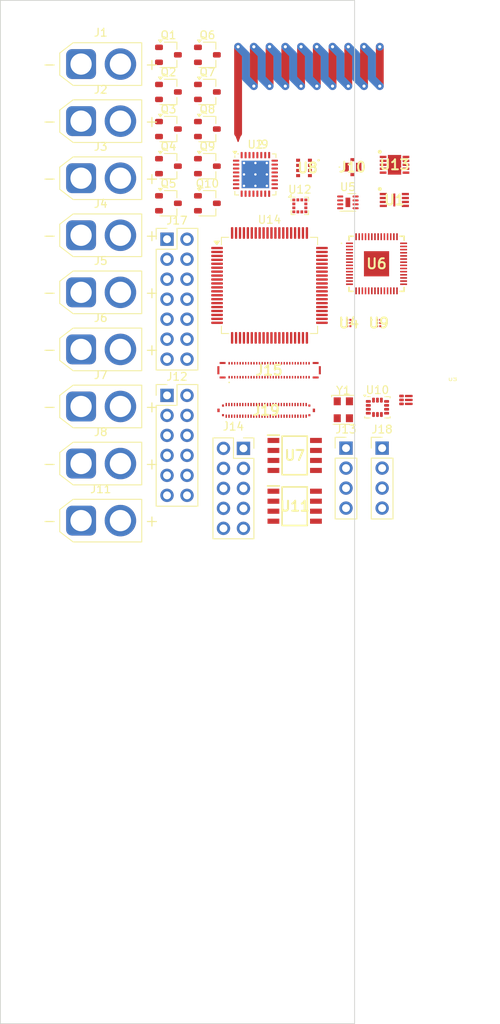
<source format=kicad_pcb>
(kicad_pcb (version 20241229) (generator "pcbnew") (generator_version "9.0")
  (layers (0 "F.Cu" signal) (4 "In1.Cu" power) (6 "In2.Cu" signal) (2 "B.Cu" signal) (13 "F.Paste" user) (15 "B.Paste" user) (5 "F.SilkS" user "F.Silkscreen") (7 "B.SilkS" user "B.Silkscreen") (1 "F.Mask" user) (3 "B.Mask" user) (25 "Edge.Cuts" user))
  (net 0 "")
  (net 24 "Net-(J12-Pin_8)")
  (net 25 "+5V")
  (net 26 "GND")
  (net 27 "Net-(J12-Pin_1)")
  (net 28 "Net-(J12-Pin_7)")
  (net 29 "Net-(J12-Pin_2)")
  (net 30 "+3V3")
  (net 31 "Net-(J13-Pin_1)")
  (net 48 "Net-(U12-SDO{slash}ADDR)")
  (net 51 "Net-(Q10-S)")
  (net 57 "Net-(U13-2D+)")
  (net 67 "Net-(U2-PB1)")
  (net 69 "Net-(U12-SCLK{slash}SCL)")
  (net 80 "Net-(U2-PB13)")
  (net 87 "Net-(U2-PA9)")
  (net 93 "Net-(U13-2D-)")
  (net 95 "Net-(U2-PA8)")
  (net 97 "Net-(U2-PB12)")
  (net 99 "Net-(U12-SDI{slash}SDA)")
  (net 102 "Net-(Q9-D)")
  (net 121 "Net-(U14-GPIO226)")
  (net 122 "Net-(U14-GPIO6)")
  (net 123 "Net-(U14-GPIO18)")
  (net 124 "Net-(U14-GPIO242)")
  (net 125 "Net-(U14-GPIO0)")
  (net 126 "Net-(U14-GPIO30)")
  (net 127 "Net-(U14-GPIO19)")
  (net 128 "Net-(U14-TMS)")
  (net 130 "Net-(U14-GPIO34)")
  (net 131 "Net-(U14-GPIO25)")
  (net 132 "Net-(U14-GPIO16)")
  (net 134 "Net-(U14-GPIO3)")
  (net 135 "Net-(U14-GPIO41)")
  (net 136 "Net-(U14-GPIO24)")
  (net 137 "Net-(U14-GPIO29)")
  (net 138 "Net-(U14-GPIO15)")
  (net 141 "Net-(U14-GPIO14)")
  (net 142 "Net-(U14-GPIO1)")
  (net 143 "Net-(U14-GPIO23)")
  (net 144 "Net-(U14-GPIO10)")
  (net 145 "Net-(U14-GPIO28)")
  (net 147 "Net-(U14-GPIO12)")
  (net 149 "Net-(U14-GPIO37)")
  (net 150 "Net-(U14-GPIO31)")
  (net 151 "Net-(U14-GPIO33)")
  (net 152 "Net-(U14-A0)")
  (net 154 "Net-(U14-GPIO17)")
  (net 155 "Net-(U14-A1)")
  (net 157 "Net-(U14-GPIO46)")
  (net 159 "Net-(U14-XRSn)")
  (net 160 "Net-(U14-GPIO26)")
  (net 161 "Net-(U14-GPIO4)")
  (net 162 "Net-(U14-GPIO224)")
  (net 163 "Net-(U14-TCK)")
  (net 165 "Net-(U14-GPIO32)")
  (net 168 "Net-(U14-GPIO2)")
  (net 169 "Net-(U14-GPIO11)")
  (net 170 "Net-(U14-GPIO35)")
  (net 171 "Net-(U14-GPIO228)")
  (net 172 "Net-(U14-GPIO27)")
  (net 173 "Net-(U14-A14)")
  (net 174 "Net-(U14-GPIO8)")
  (net 200 "Net-(Q8-G)")
  (net 201 "Net-(Q9-S)")
  (net 202 "Net-(Q10-G)")
  (net 203 "Net-(Q10-D)")
  (net 204 "Net-(U1-WP#_(IO2))")
  (net 205 "Net-(U1-SCK)")
  (net 207 "Net-(U1-CE#)")
  (net 208 "Net-(U1-HOLD#_(IO3))")
  (net 209 "Net-(U1-SO_(IO1))")
  (net 210 "Net-(U1-SI_(IO0))")
  (net 212 "Net-(U2-RX)")
  (net 215 "Net-(U2-PB15)")
  (net 216 "Net-(U12-~{CS})")
  (net 218 "Net-(U12-TRIG)")
  (net 220 "Net-(U2-PA1)")
  (net 226 "Net-(U2-PB14)")
  (net 227 "Net-(U2-TX_HP)")
  (net 228 "Net-(U2-PB0)")
  (net 234 "Net-(U10-CS)")
  (net 260 "Net-(U6-GPIO5)")
  (net 268 "Net-(U6-XOUT)")
  (net 277 "Net-(U6-XIN)")
  (net 281 "Net-(U6-GPIO6)")
  (net 289 "Net-(U6-GPIO4)")
  (net 339 "+1V2")
  (footprint "Connector_PinHeader_2.54mm:PinHeader_2x07_P2.54mm_Vertical" (layer "F.Cu") (at 31.17 40.34)
    (property "Reference" "J17" (at 1.27 -2.38 0) (layer "F.SilkS"))
    (property "Value" "JTAG")
    (pad "1" thru_hole rect (at 0 0) (size 1.7 1.7) (drill 1) (layers "*.Cu" "*.Mask"))
    (pad "2" thru_hole circle (at 2.54 0) (size 1.7 1.7) (drill 1) (layers "*.Cu" "*.Mask"))
    (pad "3" thru_hole circle (at 0 2.54) (size 1.7 1.7) (drill 1) (layers "*.Cu" "*.Mask"))
    (pad "4" thru_hole circle (at 2.54 2.54) (size 1.7 1.7) (drill 1) (layers "*.Cu" "*.Mask"))
    (pad "5" thru_hole circle (at 0 5.08) (size 1.7 1.7) (drill 1) (layers "*.Cu" "*.Mask"))
    (pad "6" thru_hole circle (at 2.54 5.08) (size 1.7 1.7) (drill 1) (layers "*.Cu" "*.Mask"))
    (pad "7" thru_hole circle (at 0 7.62) (size 1.7 1.7) (drill 1) (layers "*.Cu" "*.Mask"))
    (pad "8" thru_hole circle (at 2.54 7.62) (size 1.7 1.7) (drill 1) (layers "*.Cu" "*.Mask"))
    (pad "9" thru_hole circle (at 0 10.16) (size 1.7 1.7) (drill 1) (layers "*.Cu" "*.Mask"))
    (pad "10" thru_hole circle (at 2.54 10.16) (size 1.7 1.7) (drill 1) (layers "*.Cu" "*.Mask"))
    (pad "11" thru_hole circle (at 0 12.7) (size 1.7 1.7) (drill 1) (layers "*.Cu" "*.Mask"))
    (pad "12" thru_hole circle (at 2.54 12.7) (size 1.7 1.7) (drill 1) (layers "*.Cu" "*.Mask"))
    (pad "13" thru_hole circle (at 0 15.24) (size 1.7 1.7) (drill 1) (layers "*.Cu" "*.Mask"))
    (pad "14" thru_hole circle (at 2.54 15.24) (size 1.7 1.7) (drill 1) (layers "*.Cu" "*.Mask"))
  )
  (footprint "Connector_AMASS:AMASS_XT30U-F_1x02_P5.0mm_Vertical" (layer "F.Cu") (at 20.25 61.59)
    (property "Reference" "J7" (at 2.5 -4 0) (layer "F.SilkS"))
    (property "Value" "Conn_01x02")
    (fp_text user "+" (at 9 0 0) (layer "F.SilkS") (effects (font (size 1.5 1.5))))
    (fp_text user "-" (at -4 0 0) (layer "F.SilkS") (effects (font (size 1.5 1.5))))
    (pad "1" thru_hole roundrect (at 0 0) (size 3.8 3.8) (drill 2.7) (layers "*.Cu" "*.Mask") (roundrect_rratio 0.2))
    (pad "2" thru_hole circle (at 5 0) (size 4 4) (drill 2.7) (layers "*.Cu" "*.Mask"))
  )
  (footprint "Package_TO_SOT_SMD:SOT-23W" (layer "F.Cu") (at 31.35 26.345)
    (property "Reference" "Q3" (at 0 -2.5 0) (layer "F.SilkS"))
    (property "Value" "Q_NMOS_GSD")
    (pad "1" smd roundrect (at -1.2 -0.95) (size 1 0.7) (layers "F.Cu" "F.Mask" "F.Paste"))
    (pad "2" smd roundrect (at -1.2 0.95) (size 1 0.7) (layers "F.Cu" "F.Mask" "F.Paste"))
    (pad "3" smd roundrect (at 1.2 0) (size 1 0.7) (layers "F.Cu" "F.Mask" "F.Paste"))
  )
  (footprint "IS25LP040E-JYLE-TR:SON50P300X200X60-9N" (layer "F.Cu") (at 60.05 35.355)
    (property "Reference" "U1" (at 0 0 0) (layer "F.SilkS") (effects (font (size 1.27 1.27) (thickness 0.254))))
    (property "Value" "IS25LP040E-JYLE-TR" (hide yes))
    (pad "1" smd rect (at -1.4 -0.75 90) (size 0.3 0.9) (layers "F.Cu" "F.Mask" "F.Paste") (net 207 "Net-(U1-CE#)"))
    (pad "2" smd rect (at -1.4 -0.25 90) (size 0.3 0.9) (layers "F.Cu" "F.Mask" "F.Paste") (net 209 "Net-(U1-SO_(IO1))"))
    (pad "3" smd rect (at -1.4 0.25 90) (size 0.3 0.9) (layers "F.Cu" "F.Mask" "F.Paste") (net 204 "Net-(U1-WP#_(IO2))"))
    (pad "4" smd rect (at -1.4 0.75 90) (size 0.3 0.9) (layers "F.Cu" "F.Mask" "F.Paste") (net 26 "GND"))
    (pad "5" smd rect (at 1.4 0.75 90) (size 0.3 0.9) (layers "F.Cu" "F.Mask" "F.Paste") (net 210 "Net-(U1-SI_(IO0))"))
    (pad "6" smd rect (at 1.4 0.25 90) (size 0.3 0.9) (layers "F.Cu" "F.Mask" "F.Paste") (net 205 "Net-(U1-SCK)"))
    (pad "7" smd rect (at 1.4 -0.25 90) (size 0.3 0.9) (layers "F.Cu" "F.Mask" "F.Paste") (net 208 "Net-(U1-HOLD#_(IO3))"))
    (pad "8" smd rect (at 1.4 -0.75 90) (size 0.3 0.9) (layers "F.Cu" "F.Mask" "F.Paste"))
    (pad "9" smd rect (at 0 0) (size 0.25 1.65) (layers "F.Cu" "F.Mask" "F.Paste") (net 26 "GND"))
  )
  (footprint "Connector_PinSocket_2.54mm:PinSocket_2x05_P2.54mm_Vertical" (layer "F.Cu") (at 40.88 66.91)
    (property "Reference" "J14" (at -1.27 -2.77 0) (layer "F.SilkS"))
    (property "Value" "BUS-DEBUG")
    (pad "1" thru_hole rect (at 0 0) (size 1.7 1.7) (drill 1) (layers "*.Cu" "*.Mask"))
    (pad "2" thru_hole circle (at -2.54 0) (size 1.7 1.7) (drill 1) (layers "*.Cu" "*.Mask"))
    (pad "3" thru_hole circle (at 0 2.54) (size 1.7 1.7) (drill 1) (layers "*.Cu" "*.Mask"))
    (pad "4" thru_hole circle (at -2.54 2.54) (size 1.7 1.7) (drill 1) (layers "*.Cu" "*.Mask"))
    (pad "5" thru_hole circle (at 0 5.08) (size 1.7 1.7) (drill 1) (layers "*.Cu" "*.Mask"))
    (pad "6" thru_hole circle (at -2.54 5.08) (size 1.7 1.7) (drill 1) (layers "*.Cu" "*.Mask"))
    (pad "7" thru_hole circle (at 0 7.62) (size 1.7 1.7) (drill 1) (layers "*.Cu" "*.Mask"))
    (pad "8" thru_hole circle (at -2.54 7.62) (size 1.7 1.7) (drill 1) (layers "*.Cu" "*.Mask"))
    (pad "9" thru_hole circle (at 0 10.16) (size 1.7 1.7) (drill 1) (layers "*.Cu" "*.Mask"))
    (pad "10" thru_hole circle (at -2.54 10.16) (size 1.7 1.7) (drill 1) (layers "*.Cu" "*.Mask"))
  )
  (footprint "Package_LGA:LGA-12_2x2mm_P0.5mm" (layer "F.Cu") (at 48.045 36.105)
    (property "Reference" "U12" (at 0 -2.075 0) (layer "F.SilkS"))
    (property "Value" "KX122-1042")
    (pad "1" smd rect (at -0.7625 -0.75) (size 0.375 0.35) (layers "F.Cu" "F.Mask" "F.Paste") (net 48 "Net-(U12-SDO{slash}ADDR)"))
    (pad "2" smd rect (at -0.7625 -0.25) (size 0.375 0.35) (layers "F.Cu" "F.Mask" "F.Paste") (net 99 "Net-(U12-SDI{slash}SDA)"))
    (pad "3" smd rect (at -0.7625 0.25) (size 0.375 0.35) (layers "F.Cu" "F.Mask" "F.Paste"))
    (pad "4" smd rect (at -0.7625 0.75) (size 0.375 0.35) (layers "F.Cu" "F.Mask" "F.Paste") (net 218 "Net-(U12-TRIG)"))
    (pad "5" smd rect (at -0.25 0.7625 90) (size 0.375 0.35) (layers "F.Cu" "F.Mask" "F.Paste"))
    (pad "6" smd rect (at 0.25 0.7625 90) (size 0.375 0.35) (layers "F.Cu" "F.Mask" "F.Paste"))
    (pad "7" smd rect (at 0.7625 0.75) (size 0.375 0.35) (layers "F.Cu" "F.Mask" "F.Paste"))
    (pad "8" smd rect (at 0.7625 0.25) (size 0.375 0.35) (layers "F.Cu" "F.Mask" "F.Paste"))
    (pad "9" smd rect (at 0.7625 -0.25) (size 0.375 0.35) (layers "F.Cu" "F.Mask" "F.Paste"))
    (pad "10" smd rect (at 0.7625 -0.75) (size 0.375 0.35) (layers "F.Cu" "F.Mask" "F.Paste") (net 216 "Net-(U12-~{CS})"))
    (pad "11" smd rect (at 0.25 -0.7625 90) (size 0.375 0.35) (layers "F.Cu" "F.Mask" "F.Paste"))
    (pad "12" smd rect (at -0.25 -0.7625 90) (size 0.375 0.35) (layers "F.Cu" "F.Mask" "F.Paste") (net 69 "Net-(U12-SCLK{slash}SCL)"))
  )
  (footprint "Connector_AMASS:AMASS_XT30U-F_1x02_P5.0mm_Vertical" (layer "F.Cu") (at 20.25 39.84)
    (property "Reference" "J4" (at 2.5 -4 0) (layer "F.SilkS"))
    (property "Value" "Conn_01x02")
    (fp_text user "+" (at 9 0 0) (layer "F.SilkS") (effects (font (size 1.5 1.5))))
    (fp_text user "-" (at -4 0 0) (layer "F.SilkS") (effects (font (size 1.5 1.5))))
    (pad "1" thru_hole roundrect (at 0 0) (size 3.8 3.8) (drill 2.7) (layers "*.Cu" "*.Mask") (roundrect_rratio 0.2))
    (pad "2" thru_hole circle (at 5 0) (size 4 4) (drill 2.7) (layers "*.Cu" "*.Mask"))
  )
  (footprint "Connector_AMASS:AMASS_XT30U-F_1x02_P5.0mm_Vertical" (layer "F.Cu") (at 20.25 32.59)
    (property "Reference" "J3" (at 2.5 -4 0) (layer "F.SilkS"))
    (property "Value" "Conn_01x02")
    (fp_text user "-" (at -4 0 0) (layer "F.SilkS") (effects (font (size 1.5 1.5))))
    (fp_text user "+" (at 9 0 0) (layer "F.SilkS") (effects (font (size 1.5 1.5))))
    (pad "1" thru_hole roundrect (at 0 0) (size 3.8 3.8) (drill 2.7) (layers "*.Cu" "*.Mask") (roundrect_rratio 0.2))
    (pad "2" thru_hole circle (at 5 0) (size 4 4) (drill 2.7) (layers "*.Cu" "*.Mask"))
  )
  (footprint "Package_LGA:LGA-14_3x2.5mm_P0.5mm_LayoutBorder3x4y" (layer "F.Cu") (at 57.905 61.695)
    (property "Reference" "U10" (at 0 -2.2 0) (layer "F.SilkS"))
    (property "Value" "LSM6DS3")
    (pad "1" smd roundrect (at -1.1625 -0.75) (size 0.625 0.35) (layers "F.Cu" "F.Mask" "F.Paste"))
    (pad "2" smd roundrect (at -1.1625 -0.25) (size 0.625 0.35) (layers "F.Cu" "F.Mask" "F.Paste"))
    (pad "3" smd roundrect (at -1.1625 0.25) (size 0.625 0.35) (layers "F.Cu" "F.Mask" "F.Paste"))
    (pad "4" smd roundrect (at -1.1625 0.75) (size 0.625 0.35) (layers "F.Cu" "F.Mask" "F.Paste"))
    (pad "5" smd roundrect (at -0.5 0.9125) (size 0.35 0.625) (layers "F.Cu" "F.Mask" "F.Paste"))
    (pad "6" smd roundrect (at 0 0.9125) (size 0.35 0.625) (layers "F.Cu" "F.Mask" "F.Paste"))
    (pad "7" smd roundrect (at 0.5 0.9125) (size 0.35 0.625) (layers "F.Cu" "F.Mask" "F.Paste"))
    (pad "8" smd roundrect (at 1.1625 0.75) (size 0.625 0.35) (layers "F.Cu" "F.Mask" "F.Paste"))
    (pad "9" smd roundrect (at 1.1625 0.25) (size 0.625 0.35) (layers "F.Cu" "F.Mask" "F.Paste"))
    (pad "10" smd roundrect (at 1.1625 -0.25) (size 0.625 0.35) (layers "F.Cu" "F.Mask" "F.Paste"))
    (pad "11" smd roundrect (at 1.1625 -0.75) (size 0.625 0.35) (layers "F.Cu" "F.Mask" "F.Paste"))
    (pad "12" smd roundrect (at 0.5 -0.9125) (size 0.35 0.625) (layers "F.Cu" "F.Mask" "F.Paste") (net 234 "Net-(U10-CS)"))
    (pad "13" smd roundrect (at 0 -0.9125) (size 0.35 0.625) (layers "F.Cu" "F.Mask" "F.Paste") (net 51 "Net-(Q10-S)"))
    (pad "14" smd roundrect (at -0.5 -0.9125) (size 0.35 0.625) (layers "F.Cu" "F.Mask" "F.Paste") (net 102 "Net-(Q9-D)"))
  )
  (footprint "216700-0609:2167000609" (layer "F.Cu") (at 44.14 56.985)
    (property "Reference" "J15" (at 0 0 0) (layer "F.SilkS") (effects (font (size 1.27 1.27) (thickness 0.254))))
    (property "Value" "216700-0609" (hide yes))
    (pad "1" smd rect (at -5.075 0.887) (size 0.18 0.325) (layers "F.Cu" "F.Mask" "F.Paste"))
    (pad "2" smd rect (at -5.075 -0.887) (size 0.18 0.325) (layers "F.Cu" "F.Mask" "F.Paste"))
    (pad "3" smd rect (at -4.725 0.887) (size 0.18 0.325) (layers "F.Cu" "F.Mask" "F.Paste"))
    (pad "4" smd rect (at -4.725 -0.887) (size 0.18 0.325) (layers "F.Cu" "F.Mask" "F.Paste"))
    (pad "5" smd rect (at -4.375 0.887) (size 0.18 0.325) (layers "F.Cu" "F.Mask" "F.Paste"))
    (pad "6" smd rect (at -4.375 -0.887) (size 0.18 0.325) (layers "F.Cu" "F.Mask" "F.Paste"))
    (pad "7" smd rect (at -4.025 0.887) (size 0.18 0.325) (layers "F.Cu" "F.Mask" "F.Paste"))
    (pad "8" smd rect (at -4.025 -0.887) (size 0.18 0.325) (layers "F.Cu" "F.Mask" "F.Paste"))
    (pad "9" smd rect (at -3.675 0.887) (size 0.18 0.325) (layers "F.Cu" "F.Mask" "F.Paste"))
    (pad "10" smd rect (at -3.675 -0.887) (size 0.18 0.325) (layers "F.Cu" "F.Mask" "F.Paste"))
    (pad "11" smd rect (at -3.325 0.887) (size 0.18 0.325) (layers "F.Cu" "F.Mask" "F.Paste"))
    (pad "12" smd rect (at -3.325 -0.887) (size 0.18 0.325) (layers "F.Cu" "F.Mask" "F.Paste"))
    (pad "13" smd rect (at -2.975 0.887) (size 0.18 0.325) (layers "F.Cu" "F.Mask" "F.Paste"))
    (pad "14" smd rect (at -2.975 -0.887) (size 0.18 0.325) (layers "F.Cu" "F.Mask" "F.Paste"))
    (pad "15" smd rect (at -2.625 0.887) (size 0.18 0.325) (layers "F.Cu" "F.Mask" "F.Paste"))
    (pad "16" smd rect (at -2.625 -0.887) (size 0.18 0.325) (layers "F.Cu" "F.Mask" "F.Paste"))
    (pad "17" smd rect (at -2.275 0.887) (size 0.18 0.325) (layers "F.Cu" "F.Mask" "F.Paste") (net 67 "Net-(U2-PB1)"))
    (pad "18" smd rect (at -2.275 -0.887) (size 0.18 0.325) (layers "F.Cu" "F.Mask" "F.Paste") (net 80 "Net-(U2-PB13)"))
    (pad "19" smd rect (at -1.925 0.887) (size 0.18 0.325) (layers "F.Cu" "F.Mask" "F.Paste") (net 97 "Net-(U2-PB12)"))
    (pad "20" smd rect (at -1.925 -0.887) (size 0.18 0.325) (layers "F.Cu" "F.Mask" "F.Paste") (net 95 "Net-(U2-PA8)"))
    (pad "21" smd rect (at -1.575 0.887) (size 0.18 0.325) (layers "F.Cu" "F.Mask" "F.Paste") (net 87 "Net-(U2-PA9)"))
    (pad "22" smd rect (at -1.575 -0.887) (size 0.18 0.325) (layers "F.Cu" "F.Mask" "F.Paste"))
    (pad "23" smd rect (at -1.225 0.887) (size 0.18 0.325) (layers "F.Cu" "F.Mask" "F.Paste"))
    (pad "24" smd rect (at -1.225 -0.887) (size 0.18 0.325) (layers "F.Cu" "F.Mask" "F.Paste"))
    (pad "25" smd rect (at -0.875 0.887) (size 0.18 0.325) (layers "F.Cu" "F.Mask" "F.Paste"))
    (pad "26" smd rect (at -0.875 -0.887) (size 0.18 0.325) (layers "F.Cu" "F.Mask" "F.Paste"))
    (pad "27" smd rect (at -0.525 0.887) (size 0.18 0.325) (layers "F.Cu" "F.Mask" "F.Paste"))
    (pad "28" smd rect (at -0.525 -0.887) (size 0.18 0.325) (layers "F.Cu" "F.Mask" "F.Paste"))
    (pad "29" smd rect (at -0.175 0.887) (size 0.18 0.325) (layers "F.Cu" "F.Mask" "F.Paste"))
    (pad "30" smd rect (at -0.175 -0.887) (size 0.18 0.325) (layers "F.Cu" "F.Mask" "F.Paste"))
    (pad "31" smd rect (at 0.175 0.887) (size 0.18 0.325) (layers "F.Cu" "F.Mask" "F.Paste") (net 51 "Net-(Q10-S)"))
    (pad "32" smd rect (at 0.175 -0.887) (size 0.18 0.325) (layers "F.Cu" "F.Mask" "F.Paste") (net 102 "Net-(Q9-D)"))
    (pad "33" smd rect (at 0.525 0.887) (size 0.18 0.325) (layers "F.Cu" "F.Mask" "F.Paste"))
    (pad "34" smd rect (at 0.525 -0.887) (size 0.18 0.325) (layers "F.Cu" "F.Mask" "F.Paste"))
    (pad "35" smd rect (at 0.875 0.887) (size 0.18 0.325) (layers "F.Cu" "F.Mask" "F.Paste"))
    (pad "36" smd rect (at 0.875 -0.887) (size 0.18 0.325) (layers "F.Cu" "F.Mask" "F.Paste"))
    (pad "37" smd rect (at 1.225 0.887) (size 0.18 0.325) (layers "F.Cu" "F.Mask" "F.Paste"))
    (pad "38" smd rect (at 1.225 -0.887) (size 0.18 0.325) (layers "F.Cu" "F.Mask" "F.Paste"))
    (pad "39" smd rect (at 1.575 0.887) (size 0.18 0.325) (layers "F.Cu" "F.Mask" "F.Paste") (net 48 "Net-(U12-SDO{slash}ADDR)"))
    (pad "40" smd rect (at 1.575 -0.887) (size 0.18 0.325) (layers "F.Cu" "F.Mask" "F.Paste") (net 99 "Net-(U12-SDI{slash}SDA)"))
    (pad "41" smd rect (at 1.925 0.887) (size 0.18 0.325) (layers "F.Cu" "F.Mask" "F.Paste") (net 69 "Net-(U12-SCLK{slash}SCL)"))
    (pad "42" smd rect (at 1.925 -0.887) (size 0.18 0.325) (layers "F.Cu" "F.Mask" "F.Paste"))
    (pad "43" smd rect (at 2.275 0.887) (size 0.18 0.325) (layers "F.Cu" "F.Mask" "F.Paste"))
    (pad "44" smd rect (at 2.275 -0.887) (size 0.18 0.325) (layers "F.Cu" "F.Mask" "F.Paste") (net 93 "Net-(U13-2D-)"))
    (pad "45" smd rect (at 2.625 0.887) (size 0.18 0.325) (layers "F.Cu" "F.Mask" "F.Paste") (net 57 "Net-(U13-2D+)"))
    (pad "46" smd rect (at 2.625 -0.887) (size 0.18 0.325) (layers "F.Cu" "F.Mask" "F.Paste"))
    (pad "47" smd rect (at 2.975 0.887) (size 0.18 0.325) (layers "F.Cu" "F.Mask" "F.Paste"))
    (pad "48" smd rect (at 2.975 -0.887) (size 0.18 0.325) (layers "F.Cu" "F.Mask" "F.Paste"))
    (pad "49" smd rect (at 3.325 0.887) (size 0.18 0.325) (layers "F.Cu" "F.Mask" "F.Paste"))
    (pad "50" smd rect (at 3.325 -0.887) (size 0.18 0.325) (layers "F.Cu" "F.Mask" "F.Paste"))
    (pad "51" smd rect (at 3.675 0.887) (size 0.18 0.325) (layers "F.Cu" "F.Mask" "F.Paste"))
    (pad "52" smd rect (at 3.675 -0.887) (size 0.18 0.325) (layers "F.Cu" "F.Mask" "F.Paste"))
    (pad "53" smd rect (at 4.025 0.887) (size 0.18 0.325) (layers "F.Cu" "F.Mask" "F.Paste"))
    (pad "54" smd rect (at 4.025 -0.887) (size 0.18 0.325) (layers "F.Cu" "F.Mask" "F.Paste"))
    (pad "55" smd rect (at 4.375 0.887) (size 0.18 0.325) (layers "F.Cu" "F.Mask" "F.Paste"))
    (pad "56" smd rect (at 4.375 -0.887) (size 0.18 0.325) (layers "F.Cu" "F.Mask" "F.Paste") (net 31 "Net-(J13-Pin_1)"))
    (pad "57" smd rect (at 4.725 0.887) (size 0.18 0.325) (layers "F.Cu" "F.Mask" "F.Paste") (net 24 "Net-(J12-Pin_8)"))
    (pad "58" smd rect (at 4.725 -0.887) (size 0.18 0.325) (layers "F.Cu" "F.Mask" "F.Paste") (net 29 "Net-(J12-Pin_2)"))
    (pad "59" smd rect (at 5.075 0.887) (size 0.18 0.325) (layers "F.Cu" "F.Mask" "F.Paste") (net 27 "Net-(J12-Pin_1)"))
    (pad "60" smd rect (at 5.075 -0.887) (size 0.18 0.325) (layers "F.Cu" "F.Mask" "F.Paste") (net 28 "Net-(J12-Pin_7)"))
    (pad "MP1" smd rect (at -5.91 0.92 90) (size 0.26 0.75) (layers "F.Cu" "F.Mask" "F.Paste"))
    (pad "MP2" smd rect (at 5.91 0.92 90) (size 0.26 0.75) (layers "F.Cu" "F.Mask" "F.Paste"))
    (pad "MP3" smd rect (at 5.91 -0.92 90) (size 0.26 0.75) (layers "F.Cu" "F.Mask" "F.Paste"))
    (pad "MP4" smd rect (at -5.91 -0.92 90) (size 0.26 0.75) (layers "F.Cu" "F.Mask" "F.Paste"))
    (pad "MP5" smd rect (at -6.445 0) (size 0.26 1.04) (layers "F.Cu" "F.Mask" "F.Paste"))
    (pad "MP6" smd rect (at 6.445 0) (size 0.26 1.04) (layers "F.Cu" "F.Mask" "F.Paste"))
  )
  (footprint "Connector_AMASS:AMASS_XT30U-F_1x02_P5.0mm_Vertical" (layer "F.Cu") (at 20.25 76.09)
    (property "Reference" "J11" (at 2.5 -4 0) (layer "F.SilkS"))
    (property "Value" "Conn_01x02")
    (fp_text user "-" (at -4 0 0) (layer "F.SilkS") (effects (font (size 1.5 1.5))))
    (fp_text user "+" (at 9 0 0) (layer "F.SilkS") (effects (font (size 1.5 1.5))))
    (pad "1" thru_hole roundrect (at 0 0) (size 3.8 3.8) (drill 2.7) (layers "*.Cu" "*.Mask") (roundrect_rratio 0.2))
    (pad "2" thru_hole circle (at 5 0) (size 4 4) (drill 2.7) (layers "*.Cu" "*.Mask"))
  )
  (footprint "Connector_AMASS:AMASS_XT30U-F_1x02_P5.0mm_Vertical" (layer "F.Cu") (at 20.25 68.84)
    (property "Reference" "J8" (at 2.5 -4 0) (layer "F.SilkS"))
    (property "Value" "Conn_01x02")
    (fp_text user "-" (at -4 0 0) (layer "F.SilkS") (effects (font (size 1.5 1.5))))
    (fp_text user "+" (at 9 0 0) (layer "F.SilkS") (effects (font (size 1.5 1.5))))
    (pad "1" thru_hole roundrect (at 0 0) (size 3.8 3.8) (drill 2.7) (layers "*.Cu" "*.Mask") (roundrect_rratio 0.2))
    (pad "2" thru_hole circle (at 5 0) (size 4 4) (drill 2.7) (layers "*.Cu" "*.Mask"))
  )
  (footprint "Oscillator:Oscillator_SMD_EuroQuartz_XO32-4Pin_3.2x2.5mm" (layer "F.Cu") (at 53.57 62.01)
    (property "Reference" "Y1" (at 0 -2.45 0) (layer "F.SilkS"))
    (property "Value" "Crystal_GND24_Small")
    (pad "1" smd rect (at -0.775 -1.075 270) (size 1 0.9) (layers "F.Cu" "F.Mask" "F.Paste") (net 277 "Net-(U6-XIN)"))
    (pad "2" smd rect (at -0.775 1.075 270) (size 1 0.9) (layers "F.Cu" "F.Mask" "F.Paste") (net 26 "GND"))
    (pad "3" smd rect (at 0.775 1.075 270) (size 1 0.9) (layers "F.Cu" "F.Mask" "F.Paste") (net 268 "Net-(U6-XOUT)"))
    (pad "4" smd rect (at 0.775 -1.075 270) (size 1 0.9) (layers "F.Cu" "F.Mask" "F.Paste") (net 26 "GND"))
  )
  (footprint "Package_TO_SOT_SMD:SOT-23W" (layer "F.Cu") (at 31.35 35.775)
    (property "Reference" "Q5" (at 0 -2.5 0) (layer "F.SilkS"))
    (property "Value" "Q_NMOS_GSD")
    (pad "1" smd roundrect (at -1.2 -0.95) (size 1 0.7) (layers "F.Cu" "F.Mask" "F.Paste"))
    (pad "2" smd roundrect (at -1.2 0.95) (size 1 0.7) (layers "F.Cu" "F.Mask" "F.Paste"))
    (pad "3" smd roundrect (at 1.2 0) (size 1 0.7) (layers "F.Cu" "F.Mask" "F.Paste"))
  )
  (footprint "NCV7344AD10R2G:SOIC127P600X175-8N" (layer "F.Cu") (at 47.39 74.26)
    (property "Reference" "U11" (at 0 0 0) (layer "F.SilkS") (effects (font (size 1.27 1.27) (thickness 0.254))))
    (property "Value" "NCV7344AD10R2G" (hide yes))
    (pad "1" smd rect (at -2.7 -1.905 90) (size 0.65 1.5) (layers "F.Cu" "F.Mask" "F.Paste"))
    (pad "2" smd rect (at -2.7 -0.635 90) (size 0.65 1.5) (layers "F.Cu" "F.Mask" "F.Paste"))
    (pad "3" smd rect (at -2.7 0.635 90) (size 0.65 1.5) (layers "F.Cu" "F.Mask" "F.Paste"))
    (pad "4" smd rect (at -2.7 1.905 90) (size 0.65 1.5) (layers "F.Cu" "F.Mask" "F.Paste"))
    (pad "5" smd rect (at 2.7 1.905 90) (size 0.65 1.5) (layers "F.Cu" "F.Mask" "F.Paste"))
    (pad "6" smd rect (at 2.7 0.635 90) (size 0.65 1.5) (layers "F.Cu" "F.Mask" "F.Paste"))
    (pad "7" smd rect (at 2.7 -0.635 90) (size 0.65 1.5) (layers "F.Cu" "F.Mask" "F.Paste"))
    (pad "8" smd rect (at 2.7 -1.905 90) (size 0.65 1.5) (layers "F.Cu" "F.Mask" "F.Paste"))
  )
  (footprint "Package_TO_SOT_SMD:SOT-23W" (layer "F.Cu") (at 31.35 21.63)
    (property "Reference" "Q2" (at 0 -2.5 0) (layer "F.SilkS"))
    (property "Value" "Q_NMOS_GSD")
    (pad "1" smd roundrect (at -1.2 -0.95) (size 1 0.7) (layers "F.Cu" "F.Mask" "F.Paste"))
    (pad "2" smd roundrect (at -1.2 0.95) (size 1 0.7) (layers "F.Cu" "F.Mask" "F.Paste"))
    (pad "3" smd roundrect (at 1.2 0) (size 1 0.7) (layers "F.Cu" "F.Mask" "F.Paste"))
  )
  (footprint "Package_DFN_QFN:VQFN-32-1EP_5x5mm_P0.5mm_EP3.5x3.5mm_ThermalVias" (layer "F.Cu") (at 42.4 32.11)
    (property "Reference" "U2" (at 0 -3.8 0) (layer "F.SilkS"))
    (property "Value" "STM32WL33KBV6")
    (pad "1" smd roundrect (at -2.45 -1.75) (size 0.8 0.25) (layers "F.Cu" "F.Mask" "F.Paste") (net 200 "Net-(Q8-G)"))
    (pad "2" smd roundrect (at -2.45 -1.25) (size 0.8 0.25) (layers "F.Cu" "F.Mask" "F.Paste") (net 218 "Net-(U12-TRIG)"))
    (pad "3" smd roundrect (at -2.45 -0.75) (size 0.8 0.25) (layers "F.Cu" "F.Mask" "F.Paste"))
    (pad "4" smd roundrect (at -2.45 -0.25) (size 0.8 0.25) (layers "F.Cu" "F.Mask" "F.Paste"))
    (pad "5" smd roundrect (at -2.45 0.25) (size 0.8 0.25) (layers "F.Cu" "F.Mask" "F.Paste") (net 234 "Net-(U10-CS)"))
    (pad "6" smd roundrect (at -2.45 0.75) (size 0.8 0.25) (layers "F.Cu" "F.Mask" "F.Paste") (net 202 "Net-(Q10-G)"))
    (pad "7" smd roundrect (at -2.45 1.25) (size 0.8 0.25) (layers "F.Cu" "F.Mask" "F.Paste") (net 87 "Net-(U2-PA9)"))
    (pad "8" smd roundrect (at -2.45 1.75) (size 0.8 0.25) (layers "F.Cu" "F.Mask" "F.Paste") (net 95 "Net-(U2-PA8)"))
    (pad "9" smd roundrect (at -1.75 2.45) (size 0.25 0.8) (layers "F.Cu" "F.Mask" "F.Paste") (net 51 "Net-(Q10-S)"))
    (pad "10" smd roundrect (at -1.25 2.45) (size 0.25 0.8) (layers "F.Cu" "F.Mask" "F.Paste") (net 97 "Net-(U2-PB12)"))
    (pad "11" smd roundrect (at -0.75 2.45) (size 0.25 0.8) (layers "F.Cu" "F.Mask" "F.Paste") (net 80 "Net-(U2-PB13)"))
    (pad "12" smd roundrect (at -0.25 2.45) (size 0.25 0.8) (layers "F.Cu" "F.Mask" "F.Paste") (net 226 "Net-(U2-PB14)"))
    (pad "13" smd roundrect (at 0.25 2.45) (size 0.25 0.8) (layers "F.Cu" "F.Mask" "F.Paste") (net 215 "Net-(U2-PB15)"))
    (pad "14" smd roundrect (at 0.75 2.45) (size 0.25 0.8) (layers "F.Cu" "F.Mask" "F.Paste"))
    (pad "15" smd roundrect (at 1.25 2.45) (size 0.25 0.8) (layers "F.Cu" "F.Mask" "F.Paste") (net 212 "Net-(U2-RX)"))
    (pad "16" smd roundrect (at 1.75 2.45) (size 0.25 0.8) (layers "F.Cu" "F.Mask" "F.Paste"))
    (pad "17" smd roundrect (at 2.45 1.75) (size 0.8 0.25) (layers "F.Cu" "F.Mask" "F.Paste") (net 227 "Net-(U2-TX_HP)"))
    (pad "18" smd roundrect (at 2.45 1.25) (size 0.8 0.25) (layers "F.Cu" "F.Mask" "F.Paste"))
    (pad "19" smd roundrect (at 2.45 0.75) (size 0.8 0.25) (layers "F.Cu" "F.Mask" "F.Paste"))
    (pad "20" smd roundrect (at 2.45 0.25) (size 0.8 0.25) (layers "F.Cu" "F.Mask" "F.Paste"))
    (pad "21" smd roundrect (at 2.45 -0.25) (size 0.8 0.25) (layers "F.Cu" "F.Mask" "F.Paste"))
    (pad "22" smd roundrect (at 2.45 -0.75) (size 0.8 0.25) (layers "F.Cu" "F.Mask" "F.Paste") (net 220 "Net-(U2-PA1)"))
    (pad "23" smd roundrect (at 2.45 -1.25) (size 0.8 0.25) (layers "F.Cu" "F.Mask" "F.Paste") (net 102 "Net-(Q9-D)"))
    (pad "24" smd roundrect (at 2.45 -1.75) (size 0.8 0.25) (layers "F.Cu" "F.Mask" "F.Paste"))
    (pad "25" smd roundrect (at 1.75 -2.45) (size 0.25 0.8) (layers "F.Cu" "F.Mask" "F.Paste"))
    (pad "26" smd roundrect (at 1.25 -2.45) (size 0.25 0.8) (layers "F.Cu" "F.Mask" "F.Paste"))
    (pad "27" smd roundrect (at 0.75 -2.45) (size 0.25 0.8) (layers "F.Cu" "F.Mask" "F.Paste"))
    (pad "28" smd roundrect (at 0.25 -2.45) (size 0.25 0.8) (layers "F.Cu" "F.Mask" "F.Paste"))
    (pad "29" smd roundrect (at -0.25 -2.45) (size 0.25 0.8) (layers "F.Cu" "F.Mask" "F.Paste"))
    (pad "30" smd roundrect (at -0.75 -2.45) (size 0.25 0.8) (layers "F.Cu" "F.Mask" "F.Paste") (net 228 "Net-(U2-PB0)"))
    (pad "31" smd roundrect (at -1.25 -2.45) (size 0.25 0.8) (layers "F.Cu" "F.Mask" "F.Paste") (net 67 "Net-(U2-PB1)"))
    (pad "32" smd roundrect (at -1.75 -2.45) (size 0.25 0.8) (layers "F.Cu" "F.Mask" "F.Paste") (net 216 "Net-(U12-~{CS})"))
    (pad "33" thru_hole circle (at -1.45 -1.45) (size 0.6 0.6) (drill 0.3) (property pad_prop_heatsink) (layers "*.Cu"))
    (pad "33" thru_hole circle (at -1.45 0) (size 0.6 0.6) (drill 0.3) (property pad_prop_heatsink) (layers "*.Cu"))
    (pad "33" thru_hole circle (at -1.45 1.45) (size 0.6 0.6) (drill 0.3) (property pad_prop_heatsink) (layers "*.Cu"))
    (pad "33" thru_hole circle (at 0 -1.45) (size 0.6 0.6) (drill 0.3) (property pad_prop_heatsink) (layers "*.Cu"))
    (pad "33" thru_hole circle (at 0 0) (size 0.6 0.6) (drill 0.3) (property pad_prop_heatsink) (layers "*.Cu"))
    (pad "33" smd rect (at 0 0) (size 3.5 3.5) (property pad_prop_heatsink) (layers "F.Cu" "F.Mask"))
    (pad "33" smd rect (at 0 0) (size 3.5 3.5) (property pad_prop_heatsink) (layers "B.Cu"))
    (pad "33" thru_hole circle (at 0 1.45) (size 0.6 0.6) (drill 0.3) (property pad_prop_heatsink) (layers "*.Cu"))
    (pad "33" thru_hole circle (at 1.45 -1.45) (size 0.6 0.6) (drill 0.3) (property pad_prop_heatsink) (layers "*.Cu"))
    (pad "33" thru_hole circle (at 1.45 0) (size 0.6 0.6) (drill 0.3) (property pad_prop_heatsink) (layers "*.Cu"))
    (pad "33" thru_hole circle (at 1.45 1.45) (size 0.6 0.6) (drill 0.3) (property pad_prop_heatsink) (layers "*.Cu"))
  )
  (footprint "Package_QFP:TQFP-80_12x12mm_P0.5mm" (layer "F.Cu") (at 44.19 46.21)
    (property "Reference" "U14" (at 0 -8.35 0) (layer "F.SilkS"))
    (property "Value" "F28P550SG8PNAR")
    (pad "1" smd roundrect (at -6.6625 -4.75) (size 1.475 0.3) (layers "F.Cu" "F.Mask" "F.Paste") (net 126 "Net-(U14-GPIO30)"))
    (pad "2" smd roundrect (at -6.6625 -4.25) (size 1.475 0.3) (layers "F.Cu" "F.Mask" "F.Paste") (net 150 "Net-(U14-GPIO31)"))
    (pad "3" smd roundrect (at -6.6625 -3.75) (size 1.475 0.3) (layers "F.Cu" "F.Mask" "F.Paste") (net 137 "Net-(U14-GPIO29)"))
    (pad "4" smd roundrect (at -6.6625 -3.25) (size 1.475 0.3) (layers "F.Cu" "F.Mask" "F.Paste") (net 145 "Net-(U14-GPIO28)"))
    (pad "5" smd roundrect (at -6.6625 -2.75) (size 1.475 0.3) (layers "F.Cu" "F.Mask" "F.Paste") (net 159 "Net-(U14-XRSn)"))
    (pad "6" smd roundrect (at -6.6625 -2.25) (size 1.475 0.3) (layers "F.Cu" "F.Mask" "F.Paste") (net 157 "Net-(U14-GPIO46)"))
    (pad "7" smd roundrect (at -6.6625 -1.75) (size 1.475 0.3) (layers "F.Cu" "F.Mask" "F.Paste") (net 30 "+3V3"))
    (pad "8" smd roundrect (at -6.6625 -1.25) (size 1.475 0.3) (layers "F.Cu" "F.Mask" "F.Paste") (net 339 "+1V2"))
    (pad "9" smd roundrect (at -6.6625 -0.75) (size 1.475 0.3) (layers "F.Cu" "F.Mask" "F.Paste") (net 26 "GND"))
    (pad "10" smd roundrect (at -6.6625 -0.25) (size 1.475 0.3) (layers "F.Cu" "F.Mask" "F.Paste") (net 171 "Net-(U14-GPIO228)"))
    (pad "11" smd roundrect (at -6.6625 0.25) (size 1.475 0.3) (layers "F.Cu" "F.Mask" "F.Paste") (net 121 "Net-(U14-GPIO226)"))
    (pad "12" smd roundrect (at -6.6625 0.75) (size 1.475 0.3) (layers "F.Cu" "F.Mask" "F.Paste") (net 124 "Net-(U14-GPIO242)"))
    (pad "13" smd roundrect (at -6.6625 1.25) (size 1.475 0.3) (layers "F.Cu" "F.Mask" "F.Paste") (net 162 "Net-(U14-GPIO224)"))
    (pad "14" smd roundrect (at -6.6625 1.75) (size 1.475 0.3) (layers "F.Cu" "F.Mask" "F.Paste"))
    (pad "15" smd roundrect (at -6.6625 2.25) (size 1.475 0.3) (layers "F.Cu" "F.Mask" "F.Paste") (net 173 "Net-(U14-A14)"))
    (pad "16" smd roundrect (at -6.6625 2.75) (size 1.475 0.3) (layers "F.Cu" "F.Mask" "F.Paste"))
    (pad "17" smd roundrect (at -6.6625 3.25) (size 1.475 0.3) (layers "F.Cu" "F.Mask" "F.Paste"))
    (pad "18" smd roundrect (at -6.6625 3.75) (size 1.475 0.3) (layers "F.Cu" "F.Mask" "F.Paste") (net 155 "Net-(U14-A1)"))
    (pad "19" smd roundrect (at -6.6625 4.25) (size 1.475 0.3) (layers "F.Cu" "F.Mask" "F.Paste") (net 152 "Net-(U14-A0)"))
    (pad "20" smd roundrect (at -6.6625 4.75) (size 1.475 0.3) (layers "F.Cu" "F.Mask" "F.Paste"))
    (pad "21" smd roundrect (at -4.75 6.6625) (size 0.3 1.475) (layers "F.Cu" "F.Mask" "F.Paste"))
    (pad "22" smd roundrect (at -4.25 6.6625) (size 0.3 1.475) (layers "F.Cu" "F.Mask" "F.Paste"))
    (pad "23" smd roundrect (at -3.75 6.6625) (size 0.3 1.475) (layers "F.Cu" "F.Mask" "F.Paste"))
    (pad "24" smd roundrect (at -3.25 6.6625) (size 0.3 1.475) (layers "F.Cu" "F.Mask" "F.Paste"))
    (pad "25" smd roundrect (at -2.75 6.6625) (size 0.3 1.475) (layers "F.Cu" "F.Mask" "F.Paste") (net 26 "GND"))
    (pad "26" smd roundrect (at -2.25 6.6625) (size 0.3 1.475) (layers "F.Cu" "F.Mask" "F.Paste") (net 30 "+3V3"))
    (pad "27" smd roundrect (at -1.75 6.6625) (size 0.3 1.475) (layers "F.Cu" "F.Mask" "F.Paste"))
    (pad "28" smd roundrect (at -1.25 6.6625) (size 0.3 1.475) (layers "F.Cu" "F.Mask" "F.Paste"))
    (pad "29" smd roundrect (at -0.75 6.6625) (size 0.3 1.475) (layers "F.Cu" "F.Mask" "F.Paste"))
    (pad "30" smd roundrect (at -0.25 6.6625) (size 0.3 1.475) (layers "F.Cu" "F.Mask" "F.Paste") (net 26 "GND"))
    (pad "31" smd roundrect (at 0.25 6.6625) (size 0.3 1.475) (layers "F.Cu" "F.Mask" "F.Paste"))
    (pad "32" smd roundrect (at 0.75 6.6625) (size 0.3 1.475) (layers "F.Cu" "F.Mask" "F.Paste"))
    (pad "33" smd roundrect (at 1.25 6.6625) (size 0.3 1.475) (layers "F.Cu" "F.Mask" "F.Paste"))
    (pad "34" smd roundrect (at 1.75 6.6625) (size 0.3 1.475) (layers "F.Cu" "F.Mask" "F.Paste"))
    (pad "35" smd roundrect (at 2.25 6.6625) (size 0.3 1.475) (layers "F.Cu" "F.Mask" "F.Paste"))
    (pad "36" smd roundrect (at 2.75 6.6625) (size 0.3 1.475) (layers "F.Cu" "F.Mask" "F.Paste") (net 147 "Net-(U14-GPIO12)"))
    (pad "37" smd roundrect (at 3.25 6.6625) (size 0.3 1.475) (layers "F.Cu" "F.Mask" "F.Paste") (net 169 "Net-(U14-GPIO11)"))
    (pad "38" smd roundrect (at 3.75 6.6625) (size 0.3 1.475) (layers "F.Cu" "F.Mask" "F.Paste") (net 151 "Net-(U14-GPIO33)"))
    (pad "39" smd roundrect (at 4.25 6.6625) (size 0.3 1.475) (layers "F.Cu" "F.Mask" "F.Paste") (net 132 "Net-(U14-GPIO16)"))
    (pad "40" smd roundrect (at 4.75 6.6625) (size 0.3 1.475) (layers "F.Cu" "F.Mask" "F.Paste") (net 154 "Net-(U14-GPIO17)"))
    (pad "41" smd roundrect (at 6.6625 4.75) (size 1.475 0.3) (layers "F.Cu" "F.Mask" "F.Paste") (net 136 "Net-(U14-GPIO24)"))
    (pad "42" smd roundrect (at 6.6625 4.25) (size 1.475 0.3) (layers "F.Cu" "F.Mask" "F.Paste") (net 131 "Net-(U14-GPIO25)"))
    (pad "43" smd roundrect (at 6.6625 3.75) (size 1.475 0.3) (layers "F.Cu" "F.Mask" "F.Paste") (net 160 "Net-(U14-GPIO26)"))
    (pad "44" smd roundrect (at 6.6625 3.25) (size 1.475 0.3) (layers "F.Cu" "F.Mask" "F.Paste") (net 172 "Net-(U14-GPIO27)"))
    (pad "45" smd roundrect (at 6.6625 2.75) (size 1.475 0.3) (layers "F.Cu" "F.Mask" "F.Paste") (net 163 "Net-(U14-TCK)"))
    (pad "46" smd roundrect (at 6.6625 2.25) (size 1.475 0.3) (layers "F.Cu" "F.Mask" "F.Paste") (net 149 "Net-(U14-GPIO37)"))
    (pad "47" smd roundrect (at 6.6625 1.75) (size 1.475 0.3) (layers "F.Cu" "F.Mask" "F.Paste") (net 128 "Net-(U14-TMS)"))
    (pad "48" smd roundrect (at 6.6625 1.25) (size 1.475 0.3) (layers "F.Cu" "F.Mask" "F.Paste") (net 170 "Net-(U14-GPIO35)"))
    (pad "49" smd roundrect (at 6.6625 0.75) (size 1.475 0.3) (layers "F.Cu" "F.Mask" "F.Paste") (net 165 "Net-(U14-GPIO32)"))
    (pad "50" smd roundrect (at 6.6625 0.25) (size 1.475 0.3) (layers "F.Cu" "F.Mask" "F.Paste") (net 123 "Net-(U14-GPIO18)"))
    (pad "51" smd roundrect (at 6.6625 -0.25) (size 1.475 0.3) (layers "F.Cu" "F.Mask" "F.Paste") (net 127 "Net-(U14-GPIO19)"))
    (pad "52" smd roundrect (at 6.6625 -0.75) (size 1.475 0.3) (layers "F.Cu" "F.Mask" "F.Paste") (net 30 "+3V3"))
    (pad "53" smd roundrect (at 6.6625 -1.25) (size 1.475 0.3) (layers "F.Cu" "F.Mask" "F.Paste") (net 339 "+1V2"))
    (pad "54" smd roundrect (at 6.6625 -1.75) (size 1.475 0.3) (layers "F.Cu" "F.Mask" "F.Paste"))
    (pad "55" smd roundrect (at 6.6625 -2.25) (size 1.475 0.3) (layers "F.Cu" "F.Mask" "F.Paste") (net 26 "GND"))
    (pad "56" smd roundrect (at 6.6625 -2.75) (size 1.475 0.3) (layers "F.Cu" "F.Mask" "F.Paste") (net 26 "GND"))
    (pad "57" smd roundrect (at 6.6625 -3.25) (size 1.475 0.3) (layers "F.Cu" "F.Mask" "F.Paste"))
    (pad "58" smd roundrect (at 6.6625 -3.75) (size 1.475 0.3) (layers "F.Cu" "F.Mask" "F.Paste") (net 174 "Net-(U14-GPIO8)"))
    (pad "59" smd roundrect (at 6.6625 -4.25) (size 1.475 0.3) (layers "F.Cu" "F.Mask" "F.Paste") (net 161 "Net-(U14-GPIO4)"))
    (pad "60" smd roundrect (at 6.6625 -4.75) (size 1.475 0.3) (layers "F.Cu" "F.Mask" "F.Paste") (net 134 "Net-(U14-GPIO3)"))
    (pad "61" smd roundrect (at 4.75 -6.6625) (size 0.3 1.475) (layers "F.Cu" "F.Mask" "F.Paste") (net 168 "Net-(U14-GPIO2)"))
    (pad "62" smd roundrect (at 4.25 -6.6625) (size 0.3 1.475) (layers "F.Cu" "F.Mask" "F.Paste") (net 142 "Net-(U14-GPIO1)"))
    (pad "63" smd roundrect (at 3.75 -6.6625) (size 0.3 1.475) (layers "F.Cu" "F.Mask" "F.Paste") (net 125 "Net-(U14-GPIO0)"))
    (pad "64" smd roundrect (at 3.25 -6.6625) (size 0.3 1.475) (layers "F.Cu" "F.Mask" "F.Paste"))
    (pad "65" smd roundrect (at 2.75 -6.6625) (size 0.3 1.475) (layers "F.Cu" "F.Mask" "F.Paste") (net 143 "Net-(U14-GPIO23)"))
    (pad "66" smd roundrect (at 2.25 -6.6625) (size 0.3 1.475) (layers "F.Cu" "F.Mask" "F.Paste") (net 135 "Net-(U14-GPIO41)"))
    (pad "67" smd roundrect (at 1.75 -6.6625) (size 0.3 1.475) (layers "F.Cu" "F.Mask" "F.Paste"))
    (pad "68" smd roundrect (at 1.25 -6.6625) (size 0.3 1.475) (layers "F.Cu" "F.Mask" "F.Paste"))
    (pad "69" smd roundrect (at 0.75 -6.6625) (size 0.3 1.475) (layers "F.Cu" "F.Mask" "F.Paste"))
    (pad "70" smd roundrect (at 0.25 -6.6625) (size 0.3 1.475) (layers "F.Cu" "F.Mask" "F.Paste") (net 26 "GND"))
    (pad "71" smd roundrect (at -0.25 -6.6625) (size 0.3 1.475) (layers "F.Cu" "F.Mask" "F.Paste") (net 339 "+1V2"))
    (pad "72" smd roundrect (at -0.75 -6.6625) (size 0.3 1.475) (layers "F.Cu" "F.Mask" "F.Paste") (net 30 "+3V3"))
    (pad "73" smd roundrect (at -1.25 -6.6625) (size 0.3 1.475) (layers "F.Cu" "F.Mask" "F.Paste"))
    (pad "74" smd roundrect (at -1.75 -6.6625) (size 0.3 1.475) (layers "F.Cu" "F.Mask" "F.Paste"))
    (pad "75" smd roundrect (at -2.25 -6.6625) (size 0.3 1.475) (layers "F.Cu" "F.Mask" "F.Paste"))
    (pad "76" smd roundrect (at -2.75 -6.6625) (size 0.3 1.475) (layers "F.Cu" "F.Mask" "F.Paste") (net 144 "Net-(U14-GPIO10)"))
    (pad "77" smd roundrect (at -3.25 -6.6625) (size 0.3 1.475) (layers "F.Cu" "F.Mask" "F.Paste") (net 130 "Net-(U14-GPIO34)"))
    (pad "78" smd roundrect (at -3.75 -6.6625) (size 0.3 1.475) (layers "F.Cu" "F.Mask" "F.Paste") (net 138 "Net-(U14-GPIO15)"))
    (pad "79" smd roundrect (at -4.25 -6.6625) (size 0.3 1.475) (layers "F.Cu" "F.Mask" "F.Paste") (net 141 "Net-(U14-GPIO14)"))
    (pad "80" smd roundrect (at -4.75 -6.6625) (size 0.3 1.475) (layers "F.Cu" "F.Mask" "F.Paste") (net 122 "Net-(U14-GPIO6)"))
  )
  (footprint "Connector_PinHeader_2.54mm:PinHeader_1x04_P2.54mm_Vertical" (layer "F.Cu") (at 53.91 66.88)
    (property "Reference" "J13" (at 0 -2.38 0) (layer "F.SilkS"))
    (property "Value" "SERVO-OUT-2")
    (pad "1" thru_hole rect (at 0 0) (size 1.7 1.7) (drill 1) (layers "*.Cu" "*.Mask") (net 31 "Net-(J13-Pin_1)"))
    (pad "2" thru_hole circle (at 0 2.54) (size 1.7 1.7) (drill 1) (layers "*.Cu" "*.Mask") (net 25 "+5V"))
    (pad "3" thru_hole circle (at 0 5.08) (size 1.7 1.7) (drill 1) (layers "*.Cu" "*.Mask") (net 26 "GND"))
    (pad "4" thru_hole circle (at 0 7.62) (size 1.7 1.7) (drill 1) (layers "*.Cu" "*.Mask") (net 30 "+3V3"))
  )
  (footprint "Connector_PinHeader_2.54mm:PinHeader_2x06_P2.54mm_Vertical" (layer "F.Cu") (at 31.17 60.18)
    (property "Reference" "J12" (at 1.27 -2.38 0) (layer "F.SilkS"))
    (property "Value" "SERVO-OUT-1")
    (pad "1" thru_hole rect (at 0 0) (size 1.7 1.7) (drill 1) (layers "*.Cu" "*.Mask") (net 27 "Net-(J12-Pin_1)"))
    (pad "2" thru_hole circle (at 2.54 0) (size 1.7 1.7) (drill 1) (layers "*.Cu" "*.Mask") (net 29 "Net-(J12-Pin_2)"))
    (pad "3" thru_hole circle (at 0 2.54) (size 1.7 1.7) (drill 1) (layers "*.Cu" "*.Mask") (net 25 "+5V"))
    (pad "4" thru_hole circle (at 2.54 2.54) (size 1.7 1.7) (drill 1) (layers "*.Cu" "*.Mask") (net 25 "+5V"))
    (pad "5" thru_hole circle (at 0 5.08) (size 1.7 1.7) (drill 1) (layers "*.Cu" "*.Mask") (net 26 "GND"))
    (pad "6" thru_hole circle (at 2.54 5.08) (size 1.7 1.7) (drill 1) (layers "*.Cu" "*.Mask") (net 26 "GND"))
    (pad "7" thru_hole circle (at 0 7.62) (size 1.7 1.7) (drill 1) (layers "*.Cu" "*.Mask") (net 28 "Net-(J12-Pin_7)"))
    (pad "8" thru_hole circle (at 2.54 7.62) (size 1.7 1.7) (drill 1) (layers "*.Cu" "*.Mask") (net 24 "Net-(J12-Pin_8)"))
    (pad "9" thru_hole circle (at 0 10.16) (size 1.7 1.7) (drill 1) (layers "*.Cu" "*.Mask") (net 25 "+5V"))
    (pad "10" thru_hole circle (at 2.54 10.16) (size 1.7 1.7) (drill 1) (layers "*.Cu" "*.Mask") (net 25 "+5V"))
    (pad "11" thru_hole circle (at 0 12.7) (size 1.7 1.7) (drill 1) (layers "*.Cu" "*.Mask") (net 26 "GND"))
    (pad "12" thru_hole circle (at 2.54 12.7) (size 1.7 1.7) (drill 1) (layers "*.Cu" "*.Mask") (net 26 "GND"))
  )
  (footprint "LTE3401LX:LTE3401LX" (layer "F.Cu") (at 58.065 50.985)
    (property "Reference" "U9" (at 0 0 0) (layer "F.SilkS") (effects (font (size 1.27 1.27) (thickness 0.254))))
    (property "Value" "LTE3401LX" (hide yes))
    (pad "1" smd rect (at -0.2 -0.4 90) (size 0.25 0.25) (layers "F.Cu" "F.Mask" "F.Paste"))
    (pad "2" smd rect (at -0.2 0 90) (size 0.25 0.25) (layers "F.Cu" "F.Mask" "F.Paste"))
    (pad "3" smd rect (at -0.2 0.4 90) (size 0.25 0.25) (layers "F.Cu" "F.Mask" "F.Paste"))
    (pad "4" smd rect (at 0.2 0.4 90) (size 0.25 0.25) (layers "F.Cu" "F.Mask" "F.Paste"))
    (pad "5" smd rect (at 0.2 0 90) (size 0.25 0.25) (layers "F.Cu" "F.Mask" "F.Paste") (net 227 "Net-(U2-TX_HP)"))
    (pad "6" smd rect (at 0.2 -0.4 90) (size 0.25 0.25) (layers "F.Cu" "F.Mask" "F.Paste") (net 220 "Net-(U2-PA1)"))
  )
  (footprint "Package_TO_SOT_SMD:SOT-23W" (layer "F.Cu") (at 36.3 26.345)
    (property "Reference" "Q8" (at 0 -2.5 0) (layer "F.SilkS"))
    (property "Value" "Q_NMOS_GSD")
    (pad "1" smd roundrect (at -1.2 -0.95) (size 1 0.7) (layers "F.Cu" "F.Mask" "F.Paste") (net 200 "Net-(Q8-G)"))
    (pad "2" smd roundrect (at -1.2 0.95) (size 1 0.7) (layers "F.Cu" "F.Mask" "F.Paste"))
    (pad "3" smd roundrect (at 1.2 0) (size 1 0.7) (layers "F.Cu" "F.Mask" "F.Paste"))
  )
  (footprint "Package_TO_SOT_SMD:SOT-23W" (layer "F.Cu") (at 36.3 35.775)
    (property "Reference" "Q10" (at 0 -2.5 0) (layer "F.SilkS"))
    (property "Value" "Q_NMOS_GSD")
    (pad "1" smd roundrect (at -1.2 -0.95) (size 1 0.7) (layers "F.Cu" "F.Mask" "F.Paste") (net 202 "Net-(Q10-G)"))
    (pad "2" smd roundrect (at -1.2 0.95) (size 1 0.7) (layers "F.Cu" "F.Mask" "F.Paste") (net 51 "Net-(Q10-S)"))
    (pad "3" smd roundrect (at 1.2 0) (size 1 0.7) (layers "F.Cu" "F.Mask" "F.Paste") (net 203 "Net-(Q10-D)"))
  )
  (footprint "NCV7344AD10R2G:SOIC127P600X175-8N" (layer "F.Cu") (at 47.39 67.81)
    (property "Reference" "U7" (at 0 0 0) (layer "F.SilkS") (effects (font (size 1.27 1.27) (thickness 0.254))))
    (property "Value" "NCV7344AD10R2G" (hide yes))
    (pad "1" smd rect (at -2.7 -1.905 90) (size 0.65 1.5) (layers "F.Cu" "F.Mask" "F.Paste") (net 260 "Net-(U6-GPIO5)"))
    (pad "2" smd rect (at -2.7 -0.635 90) (size 0.65 1.5) (layers "F.Cu" "F.Mask" "F.Paste"))
    (pad "3" smd rect (at -2.7 0.635 90) (size 0.65 1.5) (layers "F.Cu" "F.Mask" "F.Paste"))
    (pad "4" smd rect (at -2.7 1.905 90) (size 0.65 1.5) (layers "F.Cu" "F.Mask" "F.Paste") (net 289 "Net-(U6-GPIO4)"))
    (pad "5" smd rect (at 2.7 1.905 90) (size 0.65 1.5) (layers "F.Cu" "F.Mask" "F.Paste"))
    (pad "6" smd rect (at 2.7 0.635 90) (size 0.65 1.5) (layers "F.Cu" "F.Mask" "F.Paste"))
    (pad "7" smd rect (at 2.7 -0.635 90) (size 0.65 1.5) (layers "F.Cu" "F.Mask" "F.Paste"))
    (pad "8" smd rect (at 2.7 -1.905 90) (size 0.65 1.5) (layers "F.Cu" "F.Mask" "F.Paste") (net 281 "Net-(U6-GPIO6)"))
  )
  (footprint "LTE3401LX:LTE3401LX" (layer "F.Cu") (at 54.265 50.985)
    (property "Reference" "U4" (at 0 0 0) (layer "F.SilkS") (effects (font (size 1.27 1.27) (thickness 0.254))))
    (property "Value" "LTE3401LX" (hide yes))
    (pad "1" smd rect (at -0.2 -0.4 90) (size 0.25 0.25) (layers "F.Cu" "F.Mask" "F.Paste"))
    (pad "2" smd rect (at -0.2 0 90) (size 0.25 0.25) (layers "F.Cu" "F.Mask" "F.Paste"))
    (pad "3" smd rect (at -0.2 0.4 90) (size 0.25 0.25) (layers "F.Cu" "F.Mask" "F.Paste") (net 212 "Net-(U2-RX)"))
    (pad "4" smd rect (at 0.2 0.4 90) (size 0.25 0.25) (layers "F.Cu" "F.Mask" "F.Paste"))
    (pad "5" smd rect (at 0.2 0 90) (size 0.25 0.25) (layers "F.Cu" "F.Mask" "F.Paste"))
    (pad "6" smd rect (at 0.2 -0.4 90) (size 0.25 0.25) (layers "F.Cu" "F.Mask" "F.Paste") (net 228 "Net-(U2-PB0)"))
  )
  (footprint "ICP-10111:ICP10111" (layer "F.Cu") (at 48.575 31.285)
    (property "Reference" "U8" (at 0.45 0 0) (layer "F.SilkS") (effects (font (size 1.27 1.27) (thickness 0.254))))
    (property "Value" "ICP-10111" (hide yes))
    (pad "1" smd rect (at 0.75 -0.975 90) (size 0.4 0.5) (layers "F.Cu" "F.Mask" "F.Paste"))
    (pad "2" smd rect (at 0.75 -0.325 90) (size 0.4 0.5) (layers "F.Cu" "F.Mask" "F.Paste"))
    (pad "3" smd rect (at 0.75 0.325 90) (size 0.4 0.5) (layers "F.Cu" "F.Mask" "F.Paste") (net 201 "Net-(Q9-S)"))
    (pad "4" smd rect (at 0.75 0.975 90) (size 0.4 0.5) (layers "F.Cu" "F.Mask" "F.Paste") (net 203 "Net-(Q10-D)"))
    (pad "5" smd rect (at -0.75 0.975 90) (size 0.4 0.5) (layers "F.Cu" "F.Mask" "F.Paste"))
    (pad "6" smd rect (at -0.75 0.325 90) (size 0.4 0.5) (layers "F.Cu" "F.Mask" "F.Paste"))
    (pad "7" smd rect (at -0.75 -0.325 90) (size 0.4 0.5) (layers "F.Cu" "F.Mask" "F.Paste"))
    (pad "8" smd rect (at -0.75 -0.975 90) (size 0.4 0.5) (layers "F.Cu" "F.Mask" "F.Paste"))
  )
  (footprint "NX3DV221TKX:SON50P300X300X100-11N" (layer "F.Cu") (at 60.075 30.885)
    (property "Reference" "U13" (at 0 0 0) (layer "F.SilkS") (effects (font (size 1.27 1.27) (thickness 0.254))))
    (property "Value" "NX3DV221TKX" (hide yes))
    (pad "1" smd rect (at -1.45 -1 90) (size 0.3 0.85) (layers "F.Cu" "F.Mask" "F.Paste"))
    (pad "2" smd rect (at -1.45 -0.5 90) (size 0.3 0.85) (layers "F.Cu" "F.Mask" "F.Paste"))
    (pad "3" smd rect (at -1.45 0 90) (size 0.3 0.85) (layers "F.Cu" "F.Mask" "F.Paste") (net 57 "Net-(U13-2D+)"))
    (pad "4" smd rect (at -1.45 0.5 90) (size 0.3 0.85) (layers "F.Cu" "F.Mask" "F.Paste") (net 93 "Net-(U13-2D-)"))
    (pad "5" smd rect (at -1.45 1 90) (size 0.3 0.85) (layers "F.Cu" "F.Mask" "F.Paste"))
    (pad "6" smd rect (at 1.45 1 90) (size 0.3 0.85) (layers "F.Cu" "F.Mask" "F.Paste"))
    (pad "7" smd rect (at 1.45 0.5 90) (size 0.3 0.85) (layers "F.Cu" "F.Mask" "F.Paste"))
    (pad "8" smd rect (at 1.45 0 90) (size 0.3 0.85) (layers "F.Cu" "F.Mask" "F.Paste"))
    (pad "9" smd rect (at 1.45 -0.5 90) (size 0.3 0.85) (layers "F.Cu" "F.Mask" "F.Paste"))
    (pad "10" smd rect (at 1.45 -1 90) (size 0.3 0.85) (layers "F.Cu" "F.Mask" "F.Paste"))
    (pad "11" smd rect (at 0 0) (size 1.7 2.5) (layers "F.Cu" "F.Mask" "F.Paste"))
  )
  (footprint "Package_TO_SOT_SMD:SOT-23W" (layer "F.Cu") (at 36.3 21.63)
    (property "Reference" "Q7" (at 0 -2.5 0) (layer "F.SilkS"))
    (property "Value" "Q_NMOS_GSD")
    (pad "1" smd roundrect (at -1.2 -0.95) (size 1 0.7) (layers "F.Cu" "F.Mask" "F.Paste"))
    (pad "2" smd roundrect (at -1.2 0.95) (size 1 0.7) (layers "F.Cu" "F.Mask" "F.Paste"))
    (pad "3" smd roundrect (at 1.2 0) (size 1 0.7) (layers "F.Cu" "F.Mask" "F.Paste"))
  )
  (footprint "Connector_AMASS:AMASS_XT30U-F_1x02_P5.0mm_Vertical" (layer "F.Cu") (at 20.25 54.34)
    (property "Reference" "J6" (at 2.5 -4 0) (layer "F.SilkS"))
    (property "Value" "Conn_01x02")
    (fp_text user "+" (at 9 0 0) (layer "F.SilkS") (effects (font (size 1.5 1.5))))
    (fp_text user "-" (at -4 0 0) (layer "F.SilkS") (effects (font (size 1.5 1.5))))
    (pad "1" thru_hole roundrect (at 0 0) (size 3.8 3.8) (drill 2.7) (layers "*.Cu" "*.Mask") (roundrect_rratio 0.2))
    (pad "2" thru_hole circle (at 5 0) (size 4 4) (drill 2.7) (layers "*.Cu" "*.Mask"))
  )
  (footprint "SC0914_13_:SC091413" (layer "F.Cu") (at 57.79 43.46)
    (property "Reference" "U6" (at 0 0 0) (layer "F.SilkS") (effects (font (size 1.27 1.27) (thickness 0.254))))
    (property "Value" "SC0914_13_" (hide yes))
    (pad "1" smd rect (at -3.438 -2.6 90) (size 0.2 0.875) (layers "F.Cu" "F.Mask" "F.Paste"))
    (pad "2" smd rect (at -3.438 -2.2 90) (size 0.2 0.875) (layers "F.Cu" "F.Mask" "F.Paste"))
    (pad "3" smd rect (at -3.438 -1.8 90) (size 0.2 0.875) (layers "F.Cu" "F.Mask" "F.Paste"))
    (pad "4" smd rect (at -3.438 -1.4 90) (size 0.2 0.875) (layers "F.Cu" "F.Mask" "F.Paste"))
    (pad "5" smd rect (at -3.438 -1 90) (size 0.2 0.875) (layers "F.Cu" "F.Mask" "F.Paste"))
    (pad "6" smd rect (at -3.438 -0.6 90) (size 0.2 0.875) (layers "F.Cu" "F.Mask" "F.Paste") (net 289 "Net-(U6-GPIO4)"))
    (pad "7" smd rect (at -3.438 -0.2 90) (size 0.2 0.875) (layers "F.Cu" "F.Mask" "F.Paste") (net 260 "Net-(U6-GPIO5)"))
    (pad "8" smd rect (at -3.438 0.2 90) (size 0.2 0.875) (layers "F.Cu" "F.Mask" "F.Paste") (net 281 "Net-(U6-GPIO6)"))
    (pad "9" smd rect (at -3.438 0.6 90) (size 0.2 0.875) (layers "F.Cu" "F.Mask" "F.Paste"))
    (pad "10" smd rect (at -3.438 1 90) (size 0.2 0.875) (layers "F.Cu" "F.Mask" "F.Paste"))
    (pad "11" smd rect (at -3.438 1.4 90) (size 0.2 0.875) (layers "F.Cu" "F.Mask" "F.Paste"))
    (pad "12" smd rect (at -3.438 1.8 90) (size 0.2 0.875) (layers "F.Cu" "F.Mask" "F.Paste"))
    (pad "13" smd rect (at -3.438 2.2 90) (size 0.2 0.875) (layers "F.Cu" "F.Mask" "F.Paste"))
    (pad "14" smd rect (at -3.438 2.6 90) (size 0.2 0.875) (layers "F.Cu" "F.Mask" "F.Paste"))
    (pad "15" smd rect (at -2.6 3.438) (size 0.2 0.875) (layers "F.Cu" "F.Mask" "F.Paste"))
    (pad "16" smd rect (at -2.2 3.438) (size 0.2 0.875) (layers "F.Cu" "F.Mask" "F.Paste") (net 102 "Net-(Q9-D)"))
    (pad "17" smd rect (at -1.8 3.438) (size 0.2 0.875) (layers "F.Cu" "F.Mask" "F.Paste") (net 51 "Net-(Q10-S)"))
    (pad "18" smd rect (at -1.4 3.438) (size 0.2 0.875) (layers "F.Cu" "F.Mask" "F.Paste") (net 216 "Net-(U12-~{CS})"))
    (pad "19" smd rect (at -1 3.438) (size 0.2 0.875) (layers "F.Cu" "F.Mask" "F.Paste"))
    (pad "20" smd rect (at -0.6 3.438) (size 0.2 0.875) (layers "F.Cu" "F.Mask" "F.Paste") (net 277 "Net-(U6-XIN)"))
    (pad "21" smd rect (at -0.2 3.438) (size 0.2 0.875) (layers "F.Cu" "F.Mask" "F.Paste") (net 268 "Net-(U6-XOUT)"))
    (pad "22" smd rect (at 0.2 3.438) (size 0.2 0.875) (layers "F.Cu" "F.Mask" "F.Paste"))
    (pad "23" smd rect (at 0.6 3.438) (size 0.2 0.875) (layers "F.Cu" "F.Mask" "F.Paste"))
    (pad "24" smd rect (at 1 3.438) (size 0.2 0.875) (layers "F.Cu" "F.Mask" "F.Paste"))
    (pad "25" smd rect (at 1.4 3.438) (size 0.2 0.875) (layers "F.Cu" "F.Mask" "F.Paste"))
    (pad "26" smd rect (at 1.8 3.438) (size 0.2 0.875) (layers "F.Cu" "F.Mask" "F.Paste"))
    (pad "27" smd rect (at 2.2 3.438) (size 0.2 0.875) (layers "F.Cu" "F.Mask" "F.Paste") (net 226 "Net-(U2-PB14)"))
    (pad "28" smd rect (at 2.6 3.438) (size 0.2 0.875) (layers "F.Cu" "F.Mask" "F.Paste") (net 215 "Net-(U2-PB15)"))
    (pad "29" smd rect (at 3.438 2.6 90) (size 0.2 0.875) (layers "F.Cu" "F.Mask" "F.Paste") (net 234 "Net-(U10-CS)"))
    (pad "30" smd rect (at 3.438 2.2 90) (size 0.2 0.875) (layers "F.Cu" "F.Mask" "F.Paste") (net 202 "Net-(Q10-G)"))
    (pad "31" smd rect (at 3.438 1.8 90) (size 0.2 0.875) (layers "F.Cu" "F.Mask" "F.Paste") (net 200 "Net-(Q8-G)"))
    (pad "32" smd rect (at 3.438 1.4 90) (size 0.2 0.875) (layers "F.Cu" "F.Mask" "F.Paste") (net 87 "Net-(U2-PA9)"))
    (pad "33" smd rect (at 3.438 1 90) (size 0.2 0.875) (layers "F.Cu" "F.Mask" "F.Paste"))
    (pad "34" smd rect (at 3.438 0.6 90) (size 0.2 0.875) (layers "F.Cu" "F.Mask" "F.Paste") (net 95 "Net-(U2-PA8)"))
    (pad "35" smd rect (at 3.438 0.2 90) (size 0.2 0.875) (layers "F.Cu" "F.Mask" "F.Paste") (net 97 "Net-(U2-PB12)"))
    (pad "36" smd rect (at 3.438 -0.2 90) (size 0.2 0.875) (layers "F.Cu" "F.Mask" "F.Paste") (net 67 "Net-(U2-PB1)"))
    (pad "37" smd rect (at 3.438 -0.6 90) (size 0.2 0.875) (layers "F.Cu" "F.Mask" "F.Paste") (net 80 "Net-(U2-PB13)"))
    (pad "38" smd rect (at 3.438 -1 90) (size 0.2 0.875) (layers "F.Cu" "F.Mask" "F.Paste"))
    (pad "39" smd rect (at 3.438 -1.4 90) (size 0.2 0.875) (layers "F.Cu" "F.Mask" "F.Paste"))
    (pad "40" smd rect (at 3.438 -1.8 90) (size 0.2 0.875) (layers "F.Cu" "F.Mask" "F.Paste"))
    (pad "41" smd rect (at 3.438 -2.2 90) (size 0.2 0.875) (layers "F.Cu" "F.Mask" "F.Paste"))
    (pad "42" smd rect (at 3.438 -2.6 90) (size 0.2 0.875) (layers "F.Cu" "F.Mask" "F.Paste"))
    (pad "43" smd rect (at 2.6 -3.438) (size 0.2 0.875) (layers "F.Cu" "F.Mask" "F.Paste"))
    (pad "44" smd rect (at 2.2 -3.438) (size 0.2 0.875) (layers "F.Cu" "F.Mask" "F.Paste"))
    (pad "45" smd rect (at 1.8 -3.438) (size 0.2 0.875) (layers "F.Cu" "F.Mask" "F.Paste"))
    (pad "46" smd rect (at 1.4 -3.438) (size 0.2 0.875) (layers "F.Cu" "F.Mask" "F.Paste"))
    (pad "47" smd rect (at 1 -3.438) (size 0.2 0.875) (layers "F.Cu" "F.Mask" "F.Paste"))
    (pad "48" smd rect (at 0.6 -3.438) (size 0.2 0.875) (layers "F.Cu" "F.Mask" "F.Paste"))
    (pad "49" smd rect (at 0.2 -3.438) (size 0.2 0.875) (layers "F.Cu" "F.Mask" "F.Paste"))
    (pad "50" smd rect (at -0.2 -3.438) (size 0.2 0.875) (layers "F.Cu" "F.Mask" "F.Paste"))
    (pad "51" smd rect (at -0.6 -3.438) (size 0.2 0.875) (layers "F.Cu" "F.Mask" "F.Paste") (net 208 "Net-(U1-HOLD#_(IO3))"))
    (pad "52" smd rect (at -1 -3.438) (size 0.2 0.875) (layers "F.Cu" "F.Mask" "F.Paste") (net 205 "Net-(U1-SCK)"))
    (pad "53" smd rect (at -1.4 -3.438) (size 0.2 0.875) (layers "F.Cu" "F.Mask" "F.Paste") (net 210 "Net-(U1-SI_(IO0))"))
    (pad "54" smd rect (at -1.8 -3.438) (size 0.2 0.875) (layers "F.Cu" "F.Mask" "F.Paste") (net 204 "Net-(U1-WP#_(IO2))"))
    (pad "55" smd rect (at -2.2 -3.438) (size 0.2 0.875) (layers "F.Cu" "F.Mask" "F.Paste") (net 209 "Net-(U1-SO_(IO1))"))
    (pad "56" smd rect (at -2.6 -3.438) (size 0.2 0.875) (layers "F.Cu" "F.Mask" "F.Paste") (net 207 "Net-(U1-CE#)"))
    (pad "57" smd rect (at 0 0 90) (size 3.2 3.2) (layers "F.Cu" "F.Mask" "F.Paste") (net 26 "GND"))
  )
  (footprint "216701-0609:2167010609" (layer "F.Cu") (at 43.77 62.085)
    (property "Reference" "J19" (at 0 0 0) (layer "F.SilkS") (effects (font (size 1.27 1.27) (thickness 0.254))))
    (property "Value" "216701-0609" (hide yes))
    (pad "1" smd rect (at -5.075 0.74) (size 0.18 0.42) (layers "F.Cu" "F.Mask" "F.Paste") (net 152 "Net-(U14-A0)"))
    (pad "2" smd rect (at -5.075 -0.74) (size 0.18 0.42) (layers "F.Cu" "F.Mask" "F.Paste") (net 173 "Net-(U14-A14)"))
    (pad "3" smd rect (at -4.725 0.74) (size 0.18 0.42) (layers "F.Cu" "F.Mask" "F.Paste") (net 155 "Net-(U14-A1)"))
    (pad "4" smd rect (at -4.725 -0.74) (size 0.18 0.42) (layers "F.Cu" "F.Mask" "F.Paste"))
    (pad "5" smd rect (at -4.375 0.74) (size 0.18 0.42) (layers "F.Cu" "F.Mask" "F.Paste") (net 145 "Net-(U14-GPIO28)"))
    (pad "6" smd rect (at -4.375 -0.74) (size 0.18 0.42) (layers "F.Cu" "F.Mask" "F.Paste") (net 137 "Net-(U14-GPIO29)"))
    (pad "7" smd rect (at -4.025 0.74) (size 0.18 0.42) (layers "F.Cu" "F.Mask" "F.Paste"))
    (pad "8" smd rect (at -4.025 -0.74) (size 0.18 0.42) (layers "F.Cu" "F.Mask" "F.Paste"))
    (pad "9" smd rect (at -3.675 0.74) (size 0.18 0.42) (layers "F.Cu" "F.Mask" "F.Paste") (net 124 "Net-(U14-GPIO242)"))
    (pad "10" smd rect (at -3.675 -0.74) (size 0.18 0.42) (layers "F.Cu" "F.Mask" "F.Paste") (net 162 "Net-(U14-GPIO224)"))
    (pad "11" smd rect (at -3.325 0.74) (size 0.18 0.42) (layers "F.Cu" "F.Mask" "F.Paste"))
    (pad "12" smd rect (at -3.325 -0.74) (size 0.18 0.42) (layers "F.Cu" "F.Mask" "F.Paste") (net 126 "Net-(U14-GPIO30)"))
    (pad "13" smd rect (at -2.975 0.74) (size 0.18 0.42) (layers "F.Cu" "F.Mask" "F.Paste") (net 150 "Net-(U14-GPIO31)"))
    (pad "14" smd rect (at -2.975 -0.74) (size 0.18 0.42) (layers "F.Cu" "F.Mask" "F.Paste") (net 157 "Net-(U14-GPIO46)"))
    (pad "15" smd rect (at -2.625 0.74) (size 0.18 0.42) (layers "F.Cu" "F.Mask" "F.Paste") (net 171 "Net-(U14-GPIO228)"))
    (pad "16" smd rect (at -2.625 -0.74) (size 0.18 0.42) (layers "F.Cu" "F.Mask" "F.Paste") (net 121 "Net-(U14-GPIO226)"))
    (pad "17" smd rect (at -2.275 0.74) (size 0.18 0.42) (layers "F.Cu" "F.Mask" "F.Paste") (net 134 "Net-(U14-GPIO3)"))
    (pad "18" smd rect (at -2.275 -0.74) (size 0.18 0.42) (layers "F.Cu" "F.Mask" "F.Paste") (net 142 "Net-(U14-GPIO1)"))
    (pad "19" smd rect (at -1.925 0.74) (size 0.18 0.42) (layers "F.Cu" "F.Mask" "F.Paste") (net 130 "Net-(U14-GPIO34)"))
    (pad "20" smd rect (at -1.925 -0.74) (size 0.18 0.42) (layers "F.Cu" "F.Mask" "F.Paste") (net 138 "Net-(U14-GPIO15)"))
    (pad "21" smd rect (at -1.575 0.74) (size 0.18 0.42) (layers "F.Cu" "F.Mask" "F.Paste") (net 141 "Net-(U14-GPIO14)"))
    (pad "22" smd rect (at -1.575 -0.74) (size 0.18 0.42) (layers "F.Cu" "F.Mask" "F.Paste"))
    (pad "23" smd rect (at -1.225 0.74) (size 0.18 0.42) (layers "F.Cu" "F.Mask" "F.Paste"))
    (pad "24" smd rect (at -1.225 -0.74) (size 0.18 0.42) (layers "F.Cu" "F.Mask" "F.Paste"))
    (pad "25" smd rect (at -0.875 0.74) (size 0.18 0.42) (layers "F.Cu" "F.Mask" "F.Paste") (net 172 "Net-(U14-GPIO27)"))
    (pad "26" smd rect (at -0.875 -0.74) (size 0.18 0.42) (layers "F.Cu" "F.Mask" "F.Paste") (net 160 "Net-(U14-GPIO26)"))
    (pad "27" smd rect (at -0.525 0.74) (size 0.18 0.42) (layers "F.Cu" "F.Mask" "F.Paste") (net 131 "Net-(U14-GPIO25)"))
    (pad "28" smd rect (at -0.525 -0.74) (size 0.18 0.42) (layers "F.Cu" "F.Mask" "F.Paste") (net 136 "Net-(U14-GPIO24)"))
    (pad "29" smd rect (at -0.175 0.74) (size 0.18 0.42) (layers "F.Cu" "F.Mask" "F.Paste"))
    (pad "30" smd rect (at -0.175 -0.74) (size 0.18 0.42) (layers "F.Cu" "F.Mask" "F.Paste"))
    (pad "31" smd rect (at 0.175 0.74) (size 0.18 0.42) (layers "F.Cu" "F.Mask" "F.Paste") (net 151 "Net-(U14-GPIO33)"))
    (pad "32" smd rect (at 0.175 -0.74) (size 0.18 0.42) (layers "F.Cu" "F.Mask" "F.Paste") (net 165 "Net-(U14-GPIO32)"))
    (pad "33" smd rect (at 0.525 0.74) (size 0.18 0.42) (layers "F.Cu" "F.Mask" "F.Paste") (net 30 "+3V3"))
    (pad "34" smd rect (at 0.525 -0.74) (size 0.18 0.42) (layers "F.Cu" "F.Mask" "F.Paste") (net 26 "GND"))
    (pad "35" smd rect (at 0.875 0.74) (size 0.18 0.42) (layers "F.Cu" "F.Mask" "F.Paste") (net 147 "Net-(U14-GPIO12)"))
    (pad "36" smd rect (at 0.875 -0.74) (size 0.18 0.42) (layers "F.Cu" "F.Mask" "F.Paste") (net 169 "Net-(U14-GPIO11)"))
    (pad "37" smd rect (at 1.225 0.74) (size 0.18 0.42) (layers "F.Cu" "F.Mask" "F.Paste"))
    (pad "38" smd rect (at 1.225 -0.74) (size 0.18 0.42) (layers "F.Cu" "F.Mask" "F.Paste"))
    (pad "39" smd rect (at 1.575 0.74) (size 0.18 0.42) (layers "F.Cu" "F.Mask" "F.Paste") (net 132 "Net-(U14-GPIO16)"))
    (pad "40" smd rect (at 1.575 -0.74) (size 0.18 0.42) (layers "F.Cu" "F.Mask" "F.Paste") (net 154 "Net-(U14-GPIO17)"))
    (pad "41" smd rect (at 1.925 0.74) (size 0.18 0.42) (layers "F.Cu" "F.Mask" "F.Paste") (net 123 "Net-(U14-GPIO18)"))
    (pad "42" smd rect (at 1.925 -0.74) (size 0.18 0.42) (layers "F.Cu" "F.Mask" "F.Paste") (net 127 "Net-(U14-GPIO19)"))
    (pad "43" smd rect (at 2.275 0.74) (size 0.18 0.42) (layers "F.Cu" "F.Mask" "F.Paste"))
    (pad "44" smd rect (at 2.275 -0.74) (size 0.18 0.42) (layers "F.Cu" "F.Mask" "F.Paste") (net 143 "Net-(U14-GPIO23)"))
    (pad "45" smd rect (at 2.625 0.74) (size 0.18 0.42) (layers "F.Cu" "F.Mask" "F.Paste") (net 135 "Net-(U14-GPIO41)"))
    (pad "46" smd rect (at 2.625 -0.74) (size 0.18 0.42) (layers "F.Cu" "F.Mask" "F.Paste") (net 127 "Net-(U14-GPIO19)"))
    (pad "47" smd rect (at 2.975 0.74) (size 0.18 0.42) (layers "F.Cu" "F.Mask" "F.Paste") (net 123 "Net-(U14-GPIO18)"))
    (pad "48" smd rect (at 2.975 -0.74) (size 0.18 0.42) (layers "F.Cu" "F.Mask" "F.Paste") (net 159 "Net-(U14-XRSn)"))
    (pad "49" smd rect (at 3.325 0.74) (size 0.18 0.42) (layers "F.Cu" "F.Mask" "F.Paste") (net 170 "Net-(U14-GPIO35)"))
    (pad "50" smd rect (at 3.325 -0.74) (size 0.18 0.42) (layers "F.Cu" "F.Mask" "F.Paste") (net 128 "Net-(U14-TMS)"))
    (pad "51" smd rect (at 3.675 0.74) (size 0.18 0.42) (layers "F.Cu" "F.Mask" "F.Paste") (net 149 "Net-(U14-GPIO37)"))
    (pad "52" smd rect (at 3.675 -0.74) (size 0.18 0.42) (layers "F.Cu" "F.Mask" "F.Paste") (net 163 "Net-(U14-TCK)"))
    (pad "53" smd rect (at 4.025 0.74) (size 0.18 0.42) (layers "F.Cu" "F.Mask" "F.Paste"))
    (pad "54" smd rect (at 4.025 -0.74) (size 0.18 0.42) (layers "F.Cu" "F.Mask" "F.Paste"))
    (pad "55" smd rect (at 4.375 0.74) (size 0.18 0.42) (layers "F.Cu" "F.Mask" "F.Paste") (net 144 "Net-(U14-GPIO10)"))
    (pad "56" smd rect (at 4.375 -0.74) (size 0.18 0.42) (layers "F.Cu" "F.Mask" "F.Paste") (net 174 "Net-(U14-GPIO8)"))
    (pad "57" smd rect (at 4.725 0.74) (size 0.18 0.42) (layers "F.Cu" "F.Mask" "F.Paste") (net 122 "Net-(U14-GPIO6)"))
    (pad "58" smd rect (at 4.725 -0.74) (size 0.18 0.42) (layers "F.Cu" "F.Mask" "F.Paste") (net 161 "Net-(U14-GPIO4)"))
    (pad "59" smd rect (at 5.075 0.74) (size 0.18 0.42) (layers "F.Cu" "F.Mask" "F.Paste") (net 168 "Net-(U14-GPIO2)"))
    (pad "60" smd rect (at 5.075 -0.74) (size 0.18 0.42) (layers "F.Cu" "F.Mask" "F.Paste") (net 125 "Net-(U14-GPIO0)"))
    (pad "61" smd rect (at -5.485 0.61) (size 0.26 0.28) (layers "F.Cu" "F.Mask" "F.Paste") (net 30 "+3V3"))
    (pad "62" smd rect (at -5.485 -0.61) (size 0.26 0.28) (layers "F.Cu" "F.Mask" "F.Paste") (net 30 "+3V3"))
    (pad "63" smd rect (at 5.485 0.61) (size 0.26 0.28) (layers "F.Cu" "F.Mask" "F.Paste") (net 26 "GND"))
    (pad "64" smd rect (at 5.485 -0.61) (size 0.26 0.28) (layers "F.Cu" "F.Mask" "F.Paste") (net 26 "GND"))
    (pad "65" smd rect (at -6.06 0) (size 0.29 0.45) (layers "F.Cu" "F.Mask" "F.Paste") (net 30 "+3V3"))
    (pad "66" smd rect (at 6.06 0) (size 0.29 0.45) (layers "F.Cu" "F.Mask" "F.Paste") (net 26 "GND"))
  )
  (footprint "Package_TO_SOT_SMD:SOT-23W" (layer "F.Cu") (at 36.3 31.06)
    (property "Reference" "Q9" (at 0 -2.5 0) (layer "F.SilkS"))
    (property "Value" "Q_NMOS_GSD")
    (pad "1" smd roundrect (at -1.2 -0.95) (size 1 0.7) (layers "F.Cu" "F.Mask" "F.Paste") (net 202 "Net-(Q10-G)"))
    (pad "2" smd roundrect (at -1.2 0.95) (size 1 0.7) (layers "F.Cu" "F.Mask" "F.Paste") (net 201 "Net-(Q9-S)"))
    (pad "3" smd roundrect (at 1.2 0) (size 1 0.7) (layers "F.Cu" "F.Mask" "F.Paste") (net 102 "Net-(Q9-D)"))
  )
  (footprint "Package_TO_SOT_SMD:SOT-23W" (layer "F.Cu") (at 31.35 16.915)
    (property "Reference" "Q1" (at 0 -2.5 0) (layer "F.SilkS"))
    (property "Value" "Q_NMOS_GSD")
    (pad "1" smd roundrect (at -1.2 -0.95) (size 1 0.7) (layers "F.Cu" "F.Mask" "F.Paste"))
    (pad "2" smd roundrect (at -1.2 0.95) (size 1 0.7) (layers "F.Cu" "F.Mask" "F.Paste"))
    (pad "3" smd roundrect (at 1.2 0) (size 1 0.7) (layers "F.Cu" "F.Mask" "F.Paste"))
  )
  (footprint "Package_TO_SOT_SMD:SOT-23W" (layer "F.Cu") (at 36.3 16.915)
    (property "Reference" "Q6" (at 0 -2.5 0) (layer "F.SilkS"))
    (property "Value" "Q_NMOS_GSD")
    (pad "1" smd roundrect (at -1.2 -0.95) (size 1 0.7) (layers "F.Cu" "F.Mask" "F.Paste"))
    (pad "2" smd roundrect (at -1.2 0.95) (size 1 0.7) (layers "F.Cu" "F.Mask" "F.Paste"))
    (pad "3" smd roundrect (at 1.2 0) (size 1 0.7) (layers "F.Cu" "F.Mask" "F.Paste"))
  )
  (footprint "QFN_EXT:DFN-8-1EP_2x2mm_P0.5mm_EP0.6x1.2mm" (layer "F.Cu") (at 54.15 35.66)
    (property "Reference" "U5" (at 0 -1.95 0) (layer "F.SilkS"))
    (property "Value" "MIC2876")
    (pad "1" smd roundrect (at -0.975 -0.75) (size 0.75 0.25) (layers "F.Cu" "F.Mask" "F.Paste"))
    (pad "2" smd roundrect (at -0.975 -0.25) (size 0.75 0.25) (layers "F.Cu" "F.Mask" "F.Paste"))
    (pad "3" smd roundrect (at -0.975 0.25) (size 0.75 0.25) (layers "F.Cu" "F.Mask" "F.Paste"))
    (pad "4" smd roundrect (at -0.975 0.75) (size 0.75 0.25) (layers "F.Cu" "F.Mask" "F.Paste"))
    (pad "5" smd roundrect (at 0.975 0.75) (size 0.75 0.25) (layers "F.Cu" "F.Mask" "F.Paste"))
    (pad "6" smd roundrect (at 0.975 0.25) (size 0.75 0.25) (layers "F.Cu" "F.Mask" "F.Paste"))
    (pad "7" smd roundrect (at 0.975 -0.25) (size 0.75 0.25) (layers "F.Cu" "F.Mask" "F.Paste"))
    (pad "8" smd roundrect (at 0.975 -0.75) (size 0.75 0.25) (layers "F.Cu" "F.Mask" "F.Paste"))
    (pad "9" smd rect (at 0 0) (size 0.6 1.2) (layers "F.Cu" "F.Mask"))
  )
  (footprint "RF_Antenna:Texas_SWRA416_868MHz_915MHz" (layer "F.Cu") (at 49.2 21.69)
    (property "Reference" "J9" (at -6 6.6 0) (layer "F.SilkS"))
    (property "Value" "Conn_01x01_Shielded")
    (fp_line (start -9 5.2) (end -9 -5.8) (stroke (width 1)) (layer "F.Cu"))
    (fp_line (start -7 -5.8) (end -7 -0.8) (stroke (width 1)) (layer "F.Cu"))
    (fp_line (start -5 -5.8) (end -5 -0.8) (stroke (width 1)) (layer "F.Cu"))
    (fp_line (start -3 -5.8) (end -3 -0.8) (stroke (width 1)) (layer "F.Cu"))
    (fp_line (start -1 -5.8) (end -1 -0.8) (stroke (width 1)) (layer "F.Cu"))
    (fp_line (start 1 -5.8) (end 1 -0.8) (stroke (width 1)) (layer "F.Cu"))
    (fp_line (start 3 -5.8) (end 3 -0.8) (stroke (width 1)) (layer "F.Cu"))
    (fp_line (start 5 -5.8) (end 5 -0.8) (stroke (width 1)) (layer "F.Cu"))
    (fp_line (start 7 -5.8) (end 7 -0.8) (stroke (width 1)) (layer "F.Cu"))
    (fp_line (start 9 -5.8) (end 9 -0.8) (stroke (width 1)) (layer "F.Cu"))
    (fp_line (start -9 -5.8) (end -8 -4.8) (stroke (width 1)) (layer "B.Cu"))
    (fp_line (start -8 -4.8) (end -8 -1.8) (stroke (width 1)) (layer "B.Cu"))
    (fp_line (start -8 -1.8) (end -7 -0.8) (stroke (width 1)) (layer "B.Cu"))
    (fp_line (start -7 -5.8) (end -6 -4.8) (stroke (width 1)) (layer "B.Cu"))
    (fp_line (start -6 -4.8) (end -6 -1.8) (stroke (width 1)) (layer "B.Cu"))
    (fp_line (start -6 -1.8) (end -5 -0.8) (stroke (width 1)) (layer "B.Cu"))
    (fp_line (start -5 -5.8) (end -4 -4.8) (stroke (width 1)) (layer "B.Cu"))
    (fp_line (start -4 -4.8) (end -4 -1.8) (stroke (width 1)) (layer "B.Cu"))
    (fp_line (start -4 -1.8) (end -3 -0.8) (stroke (width 1)) (layer "B.Cu"))
    (fp_line (start -3 -5.8) (end -2 -4.8) (stroke (width 1)) (layer "B.Cu"))
    (fp_line (start -2 -4.8) (end -2 -1.8) (stroke (width 1)) (layer "B.Cu"))
    (fp_line (start -2 -1.8) (end -1 -0.8) (stroke (width 1)) (layer "B.Cu"))
    (fp_line (start -1 -5.8) (end 0 -4.8) (stroke (width 1)) (layer "B.Cu"))
    (fp_line (start 0 -4.8) (end 0 -1.8) (stroke (width 1)) (layer "B.Cu"))
    (fp_line (start 0 -1.8) (end 1 -0.8) (stroke (width 1)) (layer "B.Cu"))
    (fp_line (start 1 -5.8) (end 2 -4.8) (stroke (width 1)) (layer "B.Cu"))
    (fp_line (start 2 -4.8) (end 2 -1.8) (stroke (width 1)) (layer "B.Cu"))
    (fp_line (start 2 -1.8) (end 3 -0.8) (stroke (width 1)) (layer "B.Cu"))
    (fp_line (start 3 -5.8) (end 4 -4.8) (stroke (width 1)) (layer "B.Cu"))
    (fp_line (start 4 -4.8) (end 4 -1.8) (stroke (width 1)) (layer "B.Cu"))
    (fp_line (start 4 -1.8) (end 5 -0.8) (stroke (width 1)) (layer "B.Cu"))
    (fp_line (start 5 -5.8) (end 6 -4.8) (stroke (width 1)) (layer "B.Cu"))
    (fp_line (start 6 -4.8) (end 6 -1.8) (stroke (width 1)) (layer "B.Cu"))
    (fp_line (start 6 -1.8) (end 7 -0.8) (stroke (width 1)) (layer "B.Cu"))
    (fp_line (start 7 -5.8) (end 8 -4.8) (stroke (width 1)) (layer "B.Cu"))
    (fp_line (start 8 -4.8) (end 8 -1.8) (stroke (width 1)) (layer "B.Cu"))
    (fp_line (start 8 -1.8) (end 9 -0.8) (stroke (width 1)) (layer "B.Cu"))
    (pad "" thru_hole circle (at -9 -5.8 180) (size 1 1) (drill 0.4) (layers "*.Cu"))
    (pad "" thru_hole circle (at -7 -5.8 180) (size 1 1) (drill 0.4) (layers "*.Cu"))
    (pad "" thru_hole circle (at -7 -0.8 180) (size 1 1) (drill 0.4) (layers "*.Cu"))
    (pad "" thru_hole circle (at -5 -5.8 180) (size 1 1) (drill 0.4) (layers "*.Cu"))
    (pad "" thru_hole circle (at -5 -0.8 180) (size 1 1) (drill 0.4) (layers "*.Cu"))
    (pad "" thru_hole circle (at -3 -5.8 180) (size 1 1) (drill 0.4) (layers "*.Cu"))
    (pad "" thru_hole circle (at -3 -0.8 180) (size 1 1) (drill 0.4) (layers "*.Cu"))
    (pad "" thru_hole circle (at -1 -5.8 180) (size 1 1) (drill 0.4) (layers "*.Cu"))
    (pad "" thru_hole circle (at -1 -0.8 180) (size 1 1) (drill 0.4) (layers "*.Cu"))
    (pad "" thru_hole circle (at 1 -5.8 180) (size 1 1) (drill 0.4) (layers "*.Cu"))
    (pad "" thru_hole circle (at 1 -0.8 180) (size 1 1) (drill 0.4) (layers "*.Cu"))
    (pad "" thru_hole circle (at 3 -5.8 180) (size 1 1) (drill 0.4) (layers "*.Cu"))
    (pad "" thru_hole circle (at 3 -0.8 180) (size 1 1) (drill 0.4) (layers "*.Cu"))
    (pad "" thru_hole circle (at 5 -5.8 180) (size 1 1) (drill 0.4) (layers "*.Cu"))
    (pad "" thru_hole circle (at 5 -0.8 180) (size 1 1) (drill 0.4) (layers "*.Cu"))
    (pad "" thru_hole circle (at 7 -5.8 180) (size 1 1) (drill 0.4) (layers "*.Cu"))
    (pad "" thru_hole circle (at 7 -0.8 180) (size 1 1) (drill 0.4) (layers "*.Cu"))
    (pad "" thru_hole circle (at 9 -5.8 180) (size 1 1) (drill 0.4) (layers "*.Cu"))
    (pad "" thru_hole circle (at 9 -0.8 180) (size 1 1) (drill 0.4) (layers "*.Cu"))
    (pad "1" smd trapezoid (at -9 5.9 180) (size 0.4 0.8) (rect_delta 0 0.3) (layers "F.Cu"))
  )
  (footprint "MM8030-2610RK0:MM80302610RK0" (layer "F.Cu") (at 54.725 31.185)
    (property "Reference" "J10" (at 0 0 0) (layer "F.SilkS") (effects (font (size 1.27 1.27) (thickness 0.254))))
    (property "Value" "Conn_01x04" (hide yes))
    (pad "1" smd rect (at -0.8 0) (size 0.7 1.1) (layers "F.Cu" "F.Mask" "F.Paste"))
    (pad "2" smd rect (at 0.8 0) (size 0.7 1.1) (layers "F.Cu" "F.Mask" "F.Paste"))
    (pad "3" smd rect (at 0 0.95 90) (size 0.4 0.5) (layers "F.Cu" "F.Mask" "F.Paste"))
    (pad "4" smd rect (at 0 -0.95 90) (size 0.4 0.5) (layers "F.Cu" "F.Mask" "F.Paste"))
  )
  (footprint "Connector_AMASS:AMASS_XT30U-F_1x02_P5.0mm_Vertical" (layer "F.Cu") (at 20.25 47.09)
    (property "Reference" "J5" (at 2.5 -4 0) (layer "F.SilkS"))
    (property "Value" "Conn_01x02")
    (fp_text user "+" (at 9 0 0) (layer "F.SilkS") (effects (font (size 1.5 1.5))))
    (fp_text user "-" (at -4 0 0) (layer "F.SilkS") (effects (font (size 1.5 1.5))))
    (pad "1" thru_hole roundrect (at 0 0) (size 3.8 3.8) (drill 2.7) (layers "*.Cu" "*.Mask") (roundrect_rratio 0.2))
    (pad "2" thru_hole circle (at 5 0) (size 4 4) (drill 2.7) (layers "*.Cu" "*.Mask"))
  )
  (footprint "Connector_PinHeader_2.54mm:PinHeader_1x04_P2.54mm_Vertical" (layer "F.Cu") (at 58.5 66.88)
    (property "Reference" "J18" (at 0 -2.38 0) (layer "F.SilkS"))
    (property "Value" "UART-OUT")
    (pad "1" thru_hole rect (at 0 0) (size 1.7 1.7) (drill 1) (layers "*.Cu" "*.Mask"))
    (pad "2" thru_hole circle (at 0 2.54) (size 1.7 1.7) (drill 1) (layers "*.Cu" "*.Mask"))
    (pad "3" thru_hole circle (at 0 5.08) (size 1.7 1.7) (drill 1) (layers "*.Cu" "*.Mask"))
    (pad "4" thru_hole circle (at 0 7.62) (size 1.7 1.7) (drill 1) (layers "*.Cu" "*.Mask"))
  )
  (footprint "Package_TO_SOT_SMD:SOT-23W" (layer "F.Cu") (at 31.35 31.06)
    (property "Reference" "Q4" (at 0 -2.5 0) (layer "F.SilkS"))
    (property "Value" "Q_NMOS_GSD")
    (pad "1" smd roundrect (at -1.2 -0.95) (size 1 0.7) (layers "F.Cu" "F.Mask" "F.Paste"))
    (pad "2" smd roundrect (at -1.2 0.95) (size 1 0.7) (layers "F.Cu" "F.Mask" "F.Paste"))
    (pad "3" smd roundrect (at 1.2 0) (size 1 0.7) (layers "F.Cu" "F.Mask" "F.Paste"))
  )
  (footprint "Connector_AMASS:AMASS_XT30U-F_1x02_P5.0mm_Vertical" (layer "F.Cu") (at 20.25 25.34)
    (property "Reference" "J2" (at 2.5 -4 0) (layer "F.SilkS"))
    (property "Value" "Conn_01x02")
    (fp_text user "+" (at 9 0 0) (layer "F.SilkS") (effects (font (size 1.5 1.5))))
    (fp_text user "-" (at -4 0 0) (layer "F.SilkS") (effects (font (size 1.5 1.5))))
    (pad "1" thru_hole roundrect (at 0 0) (size 3.8 3.8) (drill 2.7) (layers "*.Cu" "*.Mask") (roundrect_rratio 0.2))
    (pad "2" thru_hole circle (at 5 0) (size 4 4) (drill 2.7) (layers "*.Cu" "*.Mask"))
  )
  (footprint "Connector_AMASS:AMASS_XT30U-F_1x02_P5.0mm_Vertical" (layer "F.Cu") (at 20.25 18.09)
    (property "Reference" "J1" (at 2.5 -4 0) (layer "F.SilkS"))
    (property "Value" "Conn_01x02")
    (fp_text user "-" (at -4 0 0) (layer "F.SilkS") (effects (font (size 1.5 1.5))))
    (fp_text user "+" (at 9 0 0) (layer "F.SilkS") (effects (font (size 1.5 1.5))))
    (pad "1" thru_hole roundrect (at 0 0) (size 3.8 3.8) (drill 2.7) (layers "*.Cu" "*.Mask") (roundrect_rratio 0.2))
    (pad "2" thru_hole circle (at 5 0) (size 4 4) (drill 2.7) (layers "*.Cu" "*.Mask"))
  )
  (footprint "216700-0609:V-DFN1515-6" (layer "F.Cu") (at 61.5625 60.76)
    (property "Reference" "U3" (at 5.9 -2.6 0) (layer "F.SilkS") (effects (font (size 0.35 0.58) (thickness 0.0875))))
    (property "Value" "AP61402")
    (pad "1" smd roundrect (at -0.6 -0.5) (size 0.575 0.35) (layers "F.Cu" "F.Mask" "F.Paste"))
    (pad "2" smd roundrect (at -0.6 0) (size 0.575 0.35) (layers "F.Cu" "F.Mask" "F.Paste"))
    (pad "3" smd roundrect (at -0.6 0.5) (size 0.575 0.35) (layers "F.Cu" "F.Mask" "F.Paste"))
    (pad "4" smd roundrect (at 0.325 0.5) (size 0.975 0.3) (layers "F.Cu" "F.Mask" "F.Paste"))
    (pad "5" smd roundrect (at 0.325 0) (size 0.975 0.3) (layers "F.Cu" "F.Mask" "F.Paste"))
    (pad "6" smd roundrect (at 0.325 -0.5) (size 0.975 0.3) (layers "F.Cu" "F.Mask" "F.Paste"))
  )
  (gr_rect (start 10 10) (end 55 140) (stroke (width 0.1)) (fill no) (layer "Edge.Cuts"))
)
</source>
